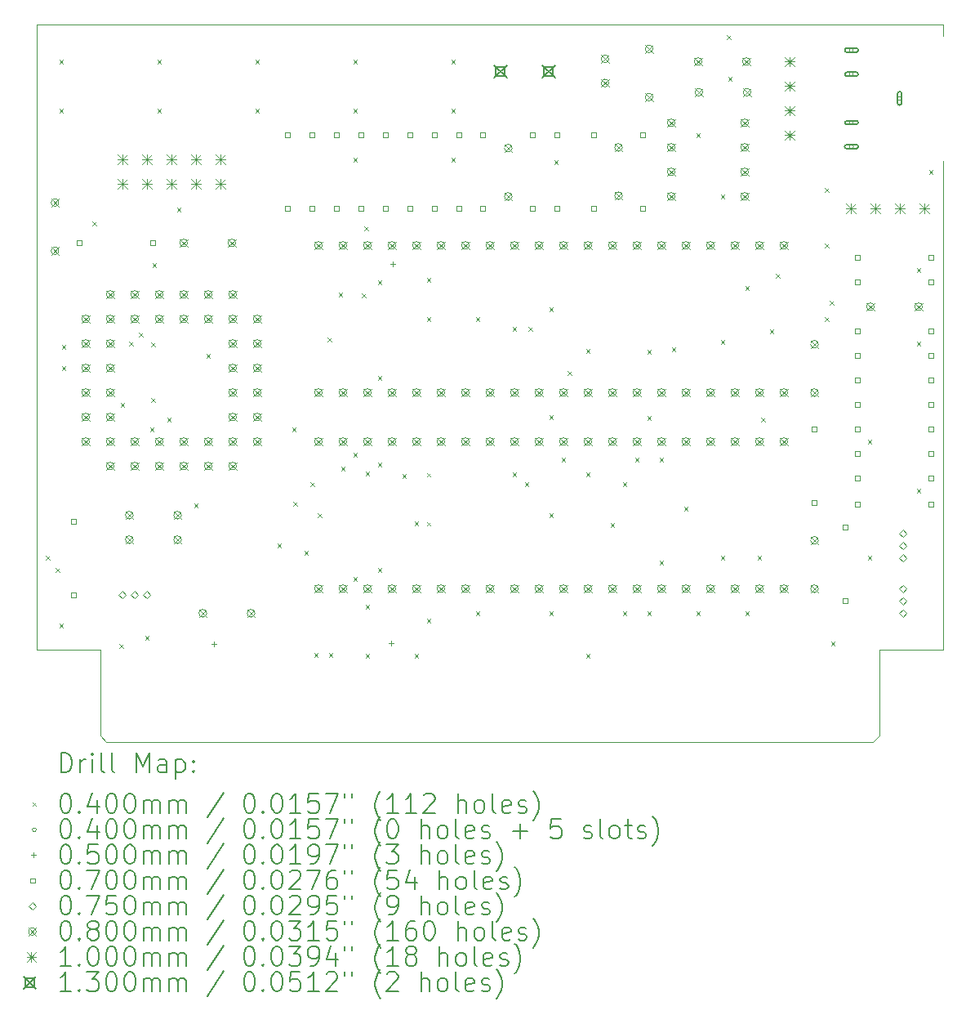
<source format=gbr>
%TF.GenerationSoftware,KiCad,Pcbnew,(6.0.8)*%
%TF.CreationDate,2022-10-21T18:27:40+07:00*%
%TF.ProjectId,TS_Ext_EPM3032,54535f45-7874-45f4-9550-4d333033322e,1.0*%
%TF.SameCoordinates,Original*%
%TF.FileFunction,Drillmap*%
%TF.FilePolarity,Positive*%
%FSLAX45Y45*%
G04 Gerber Fmt 4.5, Leading zero omitted, Abs format (unit mm)*
G04 Created by KiCad (PCBNEW (6.0.8)) date 2022-10-21 18:27:40*
%MOMM*%
%LPD*%
G01*
G04 APERTURE LIST*
%ADD10C,0.100000*%
%ADD11C,0.200000*%
%ADD12C,0.040000*%
%ADD13C,0.050000*%
%ADD14C,0.070000*%
%ADD15C,0.075000*%
%ADD16C,0.080000*%
%ADD17C,0.130000*%
G04 APERTURE END LIST*
D10*
X3454400Y-9017000D02*
X3454400Y-9906000D01*
X2794000Y-9017000D02*
X3454400Y-9017000D01*
X11531600Y-9017000D02*
X12192000Y-9017000D01*
X11531600Y-9017000D02*
X11531600Y-9906000D01*
X11468100Y-9969500D02*
X11531600Y-9906000D01*
X2794000Y-2540000D02*
X2794000Y-9017000D01*
X12192000Y-2540000D02*
X12192000Y-2652000D01*
X3517900Y-9969500D02*
X11468100Y-9969500D01*
X3517900Y-9969500D02*
X3454400Y-9906000D01*
X12192000Y-9017000D02*
X12192000Y-3952000D01*
X2794000Y-2540000D02*
X12192000Y-2540000D01*
D11*
D12*
X2888300Y-8044500D02*
X2928300Y-8084500D01*
X2928300Y-8044500D02*
X2888300Y-8084500D01*
X2989900Y-8171500D02*
X3029900Y-8211500D01*
X3029900Y-8171500D02*
X2989900Y-8211500D01*
X3028000Y-2901000D02*
X3068000Y-2941000D01*
X3068000Y-2901000D02*
X3028000Y-2941000D01*
X3028000Y-3409000D02*
X3068000Y-3449000D01*
X3068000Y-3409000D02*
X3028000Y-3449000D01*
X3028000Y-8743000D02*
X3068000Y-8783000D01*
X3068000Y-8743000D02*
X3028000Y-8783000D01*
X3053400Y-5860100D02*
X3093400Y-5900100D01*
X3093400Y-5860100D02*
X3053400Y-5900100D01*
X3053400Y-6076000D02*
X3093400Y-6116000D01*
X3093400Y-6076000D02*
X3053400Y-6116000D01*
X3370900Y-4577400D02*
X3410900Y-4617400D01*
X3410900Y-4577400D02*
X3370900Y-4617400D01*
X3650300Y-8958900D02*
X3690300Y-8998900D01*
X3690300Y-8958900D02*
X3650300Y-8998900D01*
X3663000Y-6457000D02*
X3703000Y-6497000D01*
X3703000Y-6457000D02*
X3663000Y-6497000D01*
X3751900Y-5822000D02*
X3791900Y-5862000D01*
X3791900Y-5822000D02*
X3751900Y-5862000D01*
X3853500Y-5733100D02*
X3893500Y-5773100D01*
X3893500Y-5733100D02*
X3853500Y-5773100D01*
X3917000Y-8870000D02*
X3957000Y-8910000D01*
X3957000Y-8870000D02*
X3917000Y-8910000D01*
X3967800Y-6711000D02*
X4007800Y-6751000D01*
X4007800Y-6711000D02*
X3967800Y-6751000D01*
X3980500Y-5834700D02*
X4020500Y-5874700D01*
X4020500Y-5834700D02*
X3980500Y-5874700D01*
X3980500Y-6406200D02*
X4020500Y-6446200D01*
X4020500Y-6406200D02*
X3980500Y-6446200D01*
X3993200Y-5009200D02*
X4033200Y-5049200D01*
X4033200Y-5009200D02*
X3993200Y-5049200D01*
X4044000Y-2901000D02*
X4084000Y-2941000D01*
X4084000Y-2901000D02*
X4044000Y-2941000D01*
X4044000Y-3409000D02*
X4084000Y-3449000D01*
X4084000Y-3409000D02*
X4044000Y-3449000D01*
X4145600Y-6613150D02*
X4185600Y-6653150D01*
X4185600Y-6613150D02*
X4145600Y-6653150D01*
X4247200Y-4437700D02*
X4287200Y-4477700D01*
X4287200Y-4437700D02*
X4247200Y-4477700D01*
X4425000Y-7501950D02*
X4465000Y-7541950D01*
X4465000Y-7501950D02*
X4425000Y-7541950D01*
X4552000Y-5949000D02*
X4592000Y-5989000D01*
X4592000Y-5949000D02*
X4552000Y-5989000D01*
X5060000Y-2901000D02*
X5100000Y-2941000D01*
X5100000Y-2901000D02*
X5060000Y-2941000D01*
X5060000Y-3409000D02*
X5100000Y-3449000D01*
X5100000Y-3409000D02*
X5060000Y-3449000D01*
X5288600Y-7917500D02*
X5328600Y-7957500D01*
X5328600Y-7917500D02*
X5288600Y-7957500D01*
X5441000Y-6711000D02*
X5481000Y-6751000D01*
X5481000Y-6711000D02*
X5441000Y-6751000D01*
X5453700Y-7485700D02*
X5493700Y-7525700D01*
X5493700Y-7485700D02*
X5453700Y-7525700D01*
X5568000Y-7993700D02*
X5608000Y-8033700D01*
X5608000Y-7993700D02*
X5568000Y-8033700D01*
X5631500Y-7282500D02*
X5671500Y-7322500D01*
X5671500Y-7282500D02*
X5631500Y-7322500D01*
X5669600Y-9047800D02*
X5709600Y-9087800D01*
X5709600Y-9047800D02*
X5669600Y-9087800D01*
X5707700Y-7603550D02*
X5747700Y-7643550D01*
X5747700Y-7603550D02*
X5707700Y-7643550D01*
X5809300Y-5783900D02*
X5849300Y-5823900D01*
X5849300Y-5783900D02*
X5809300Y-5823900D01*
X5822000Y-9047800D02*
X5862000Y-9087800D01*
X5862000Y-9047800D02*
X5822000Y-9087800D01*
X5923600Y-5314000D02*
X5963600Y-5354000D01*
X5963600Y-5314000D02*
X5923600Y-5354000D01*
X5949000Y-7117400D02*
X5989000Y-7157400D01*
X5989000Y-7117400D02*
X5949000Y-7157400D01*
X6076000Y-2901000D02*
X6116000Y-2941000D01*
X6116000Y-2901000D02*
X6076000Y-2941000D01*
X6076000Y-3409000D02*
X6116000Y-3449000D01*
X6116000Y-3409000D02*
X6076000Y-3449000D01*
X6076000Y-3917000D02*
X6116000Y-3957000D01*
X6116000Y-3917000D02*
X6076000Y-3957000D01*
X6076000Y-6977700D02*
X6116000Y-7017700D01*
X6116000Y-6977700D02*
X6076000Y-7017700D01*
X6076000Y-8260400D02*
X6116000Y-8300400D01*
X6116000Y-8260400D02*
X6076000Y-8300400D01*
X6164900Y-5326700D02*
X6204900Y-5366700D01*
X6204900Y-5326700D02*
X6164900Y-5366700D01*
X6190300Y-4628200D02*
X6230300Y-4668200D01*
X6230300Y-4628200D02*
X6190300Y-4668200D01*
X6203000Y-7168200D02*
X6243000Y-7208200D01*
X6243000Y-7168200D02*
X6203000Y-7208200D01*
X6203000Y-8552500D02*
X6243000Y-8592500D01*
X6243000Y-8552500D02*
X6203000Y-8592500D01*
X6203000Y-9060500D02*
X6243000Y-9100500D01*
X6243000Y-9060500D02*
X6203000Y-9100500D01*
X6330000Y-5187000D02*
X6370000Y-5227000D01*
X6370000Y-5187000D02*
X6330000Y-5227000D01*
X6330000Y-6177600D02*
X6370000Y-6217600D01*
X6370000Y-6177600D02*
X6330000Y-6217600D01*
X6330000Y-7079300D02*
X6370000Y-7119300D01*
X6370000Y-7079300D02*
X6330000Y-7119300D01*
X6330000Y-8171500D02*
X6370000Y-8211500D01*
X6370000Y-8171500D02*
X6330000Y-8211500D01*
X6584000Y-7193600D02*
X6624000Y-7233600D01*
X6624000Y-7193600D02*
X6584000Y-7233600D01*
X6711000Y-7688900D02*
X6751000Y-7728900D01*
X6751000Y-7688900D02*
X6711000Y-7728900D01*
X6711000Y-9060500D02*
X6751000Y-9100500D01*
X6751000Y-9060500D02*
X6711000Y-9100500D01*
X6838000Y-5161600D02*
X6878000Y-5201600D01*
X6878000Y-5161600D02*
X6838000Y-5201600D01*
X6838000Y-5568000D02*
X6878000Y-5608000D01*
X6878000Y-5568000D02*
X6838000Y-5608000D01*
X6838000Y-8692200D02*
X6878000Y-8732200D01*
X6878000Y-8692200D02*
X6838000Y-8732200D01*
X6839600Y-7182500D02*
X6879600Y-7222500D01*
X6879600Y-7182500D02*
X6839600Y-7222500D01*
X6839600Y-7690500D02*
X6879600Y-7730500D01*
X6879600Y-7690500D02*
X6839600Y-7730500D01*
X7092000Y-2901000D02*
X7132000Y-2941000D01*
X7132000Y-2901000D02*
X7092000Y-2941000D01*
X7092000Y-3409000D02*
X7132000Y-3449000D01*
X7132000Y-3409000D02*
X7092000Y-3449000D01*
X7092000Y-3917000D02*
X7132000Y-3957000D01*
X7132000Y-3917000D02*
X7092000Y-3957000D01*
X7346000Y-5568000D02*
X7386000Y-5608000D01*
X7386000Y-5568000D02*
X7346000Y-5608000D01*
X7346000Y-8616000D02*
X7386000Y-8656000D01*
X7386000Y-8616000D02*
X7346000Y-8656000D01*
X7727000Y-5669600D02*
X7767000Y-5709600D01*
X7767000Y-5669600D02*
X7727000Y-5709600D01*
X7727000Y-7180900D02*
X7767000Y-7220900D01*
X7767000Y-7180900D02*
X7727000Y-7220900D01*
X7854000Y-7282500D02*
X7894000Y-7322500D01*
X7894000Y-7282500D02*
X7854000Y-7322500D01*
X7892100Y-5669600D02*
X7932100Y-5709600D01*
X7932100Y-5669600D02*
X7892100Y-5709600D01*
X8108000Y-5466400D02*
X8148000Y-5506400D01*
X8148000Y-5466400D02*
X8108000Y-5506400D01*
X8108000Y-6584000D02*
X8148000Y-6624000D01*
X8148000Y-6584000D02*
X8108000Y-6624000D01*
X8108000Y-7603750D02*
X8148000Y-7643750D01*
X8148000Y-7603750D02*
X8108000Y-7643750D01*
X8108000Y-8616000D02*
X8148000Y-8656000D01*
X8148000Y-8616000D02*
X8108000Y-8656000D01*
X8158800Y-3942400D02*
X8198800Y-3982400D01*
X8198800Y-3942400D02*
X8158800Y-3982400D01*
X8235000Y-7028500D02*
X8275000Y-7068500D01*
X8275000Y-7028500D02*
X8235000Y-7068500D01*
X8298500Y-6126800D02*
X8338500Y-6166800D01*
X8338500Y-6126800D02*
X8298500Y-6166800D01*
X8489000Y-5898200D02*
X8529000Y-5938200D01*
X8529000Y-5898200D02*
X8489000Y-5938200D01*
X8489000Y-7180900D02*
X8529000Y-7220900D01*
X8529000Y-7180900D02*
X8489000Y-7220900D01*
X8489000Y-9060500D02*
X8529000Y-9100500D01*
X8529000Y-9060500D02*
X8489000Y-9100500D01*
X8743000Y-7705150D02*
X8783000Y-7745150D01*
X8783000Y-7705150D02*
X8743000Y-7745150D01*
X8870000Y-7282500D02*
X8910000Y-7322500D01*
X8910000Y-7282500D02*
X8870000Y-7322500D01*
X8870000Y-8616000D02*
X8910000Y-8656000D01*
X8910000Y-8616000D02*
X8870000Y-8656000D01*
X8997000Y-7028500D02*
X9037000Y-7068500D01*
X9037000Y-7028500D02*
X8997000Y-7068500D01*
X9124000Y-5910900D02*
X9164000Y-5950900D01*
X9164000Y-5910900D02*
X9124000Y-5950900D01*
X9124000Y-6596700D02*
X9164000Y-6636700D01*
X9164000Y-6596700D02*
X9124000Y-6636700D01*
X9124000Y-8616000D02*
X9164000Y-8656000D01*
X9164000Y-8616000D02*
X9124000Y-8656000D01*
X9251000Y-7028500D02*
X9291000Y-7068500D01*
X9291000Y-7028500D02*
X9251000Y-7068500D01*
X9251000Y-8095300D02*
X9291000Y-8135300D01*
X9291000Y-8095300D02*
X9251000Y-8135300D01*
X9378000Y-5885500D02*
X9418000Y-5925500D01*
X9418000Y-5885500D02*
X9378000Y-5925500D01*
X9505000Y-7536500D02*
X9545000Y-7576500D01*
X9545000Y-7536500D02*
X9505000Y-7576500D01*
X9632000Y-3663000D02*
X9672000Y-3703000D01*
X9672000Y-3663000D02*
X9632000Y-3703000D01*
X9632000Y-8616000D02*
X9672000Y-8656000D01*
X9672000Y-8616000D02*
X9632000Y-8656000D01*
X9886000Y-4298000D02*
X9926000Y-4338000D01*
X9926000Y-4298000D02*
X9886000Y-4338000D01*
X9886000Y-5809300D02*
X9926000Y-5849300D01*
X9926000Y-5809300D02*
X9886000Y-5849300D01*
X9886000Y-8044500D02*
X9926000Y-8084500D01*
X9926000Y-8044500D02*
X9886000Y-8084500D01*
X9949500Y-2647000D02*
X9989500Y-2687000D01*
X9989500Y-2647000D02*
X9949500Y-2687000D01*
X9962200Y-3078800D02*
X10002200Y-3118800D01*
X10002200Y-3078800D02*
X9962200Y-3118800D01*
X10140000Y-5250500D02*
X10180000Y-5290500D01*
X10180000Y-5250500D02*
X10140000Y-5290500D01*
X10140000Y-8616000D02*
X10180000Y-8656000D01*
X10180000Y-8616000D02*
X10140000Y-8656000D01*
X10267000Y-8044500D02*
X10307000Y-8084500D01*
X10307000Y-8044500D02*
X10267000Y-8084500D01*
X10305100Y-6609400D02*
X10345100Y-6649400D01*
X10345100Y-6609400D02*
X10305100Y-6649400D01*
X10394000Y-5695000D02*
X10434000Y-5735000D01*
X10434000Y-5695000D02*
X10394000Y-5735000D01*
X10457500Y-5123500D02*
X10497500Y-5163500D01*
X10497500Y-5123500D02*
X10457500Y-5163500D01*
X10965500Y-4234500D02*
X11005500Y-4274500D01*
X11005500Y-4234500D02*
X10965500Y-4274500D01*
X10965500Y-4806000D02*
X11005500Y-4846000D01*
X11005500Y-4806000D02*
X10965500Y-4846000D01*
X10965500Y-5568000D02*
X11005500Y-5608000D01*
X11005500Y-5568000D02*
X10965500Y-5608000D01*
X11016300Y-5402900D02*
X11056300Y-5442900D01*
X11056300Y-5402900D02*
X11016300Y-5442900D01*
X11029000Y-8933500D02*
X11069000Y-8973500D01*
X11069000Y-8933500D02*
X11029000Y-8973500D01*
X11410000Y-6838000D02*
X11450000Y-6878000D01*
X11450000Y-6838000D02*
X11410000Y-6878000D01*
X11410000Y-8044500D02*
X11450000Y-8084500D01*
X11450000Y-8044500D02*
X11410000Y-8084500D01*
X11918000Y-5060000D02*
X11958000Y-5100000D01*
X11958000Y-5060000D02*
X11918000Y-5100000D01*
X11918000Y-5822000D02*
X11958000Y-5862000D01*
X11958000Y-5822000D02*
X11918000Y-5862000D01*
X11918000Y-7346000D02*
X11958000Y-7386000D01*
X11958000Y-7346000D02*
X11918000Y-7386000D01*
X12045000Y-4044000D02*
X12085000Y-4084000D01*
X12085000Y-4044000D02*
X12045000Y-4084000D01*
X11262000Y-2802000D02*
G75*
G03*
X11262000Y-2802000I-20000J0D01*
G01*
D11*
X11292000Y-2782000D02*
X11192000Y-2782000D01*
X11292000Y-2822000D02*
X11192000Y-2822000D01*
X11192000Y-2782000D02*
G75*
G03*
X11192000Y-2822000I0J-20000D01*
G01*
X11292000Y-2822000D02*
G75*
G03*
X11292000Y-2782000I0J20000D01*
G01*
D12*
X11262000Y-3052000D02*
G75*
G03*
X11262000Y-3052000I-20000J0D01*
G01*
D11*
X11292000Y-3032000D02*
X11192000Y-3032000D01*
X11292000Y-3072000D02*
X11192000Y-3072000D01*
X11192000Y-3032000D02*
G75*
G03*
X11192000Y-3072000I0J-20000D01*
G01*
X11292000Y-3072000D02*
G75*
G03*
X11292000Y-3032000I0J20000D01*
G01*
D12*
X11262000Y-3552000D02*
G75*
G03*
X11262000Y-3552000I-20000J0D01*
G01*
D11*
X11192000Y-3572000D02*
X11292000Y-3572000D01*
X11192000Y-3532000D02*
X11292000Y-3532000D01*
X11292000Y-3572000D02*
G75*
G03*
X11292000Y-3532000I0J20000D01*
G01*
X11192000Y-3532000D02*
G75*
G03*
X11192000Y-3572000I0J-20000D01*
G01*
D12*
X11262000Y-3802000D02*
G75*
G03*
X11262000Y-3802000I-20000J0D01*
G01*
D11*
X11192000Y-3822000D02*
X11292000Y-3822000D01*
X11192000Y-3782000D02*
X11292000Y-3782000D01*
X11292000Y-3822000D02*
G75*
G03*
X11292000Y-3782000I0J20000D01*
G01*
X11192000Y-3782000D02*
G75*
G03*
X11192000Y-3822000I0J-20000D01*
G01*
D12*
X11762000Y-3302000D02*
G75*
G03*
X11762000Y-3302000I-20000J0D01*
G01*
D11*
X11762000Y-3352000D02*
X11762000Y-3252000D01*
X11722000Y-3352000D02*
X11722000Y-3252000D01*
X11762000Y-3252000D02*
G75*
G03*
X11722000Y-3252000I-20000J0D01*
G01*
X11722000Y-3352000D02*
G75*
G03*
X11762000Y-3352000I20000J0D01*
G01*
D13*
X4635500Y-8928500D02*
X4635500Y-8978500D01*
X4610500Y-8953500D02*
X4660500Y-8953500D01*
X6473077Y-8924577D02*
X6473077Y-8974577D01*
X6448077Y-8949577D02*
X6498077Y-8949577D01*
X6489700Y-4991500D02*
X6489700Y-5041500D01*
X6464700Y-5016500D02*
X6514700Y-5016500D01*
D14*
X3199749Y-7708249D02*
X3199749Y-7658751D01*
X3150251Y-7658751D01*
X3150251Y-7708249D01*
X3199749Y-7708249D01*
X3199749Y-8470249D02*
X3199749Y-8420751D01*
X3150251Y-8420751D01*
X3150251Y-8470249D01*
X3199749Y-8470249D01*
X3263249Y-4825349D02*
X3263249Y-4775851D01*
X3213751Y-4775851D01*
X3213751Y-4825349D01*
X3263249Y-4825349D01*
X4025249Y-4825349D02*
X4025249Y-4775851D01*
X3975751Y-4775851D01*
X3975751Y-4825349D01*
X4025249Y-4825349D01*
X5422249Y-3707749D02*
X5422249Y-3658251D01*
X5372751Y-3658251D01*
X5372751Y-3707749D01*
X5422249Y-3707749D01*
X5422249Y-4469749D02*
X5422249Y-4420251D01*
X5372751Y-4420251D01*
X5372751Y-4469749D01*
X5422249Y-4469749D01*
X5676249Y-3707749D02*
X5676249Y-3658251D01*
X5626751Y-3658251D01*
X5626751Y-3707749D01*
X5676249Y-3707749D01*
X5676249Y-4469749D02*
X5676249Y-4420251D01*
X5626751Y-4420251D01*
X5626751Y-4469749D01*
X5676249Y-4469749D01*
X5930249Y-3707749D02*
X5930249Y-3658251D01*
X5880751Y-3658251D01*
X5880751Y-3707749D01*
X5930249Y-3707749D01*
X5930249Y-4469749D02*
X5930249Y-4420251D01*
X5880751Y-4420251D01*
X5880751Y-4469749D01*
X5930249Y-4469749D01*
X6184249Y-3707749D02*
X6184249Y-3658251D01*
X6134751Y-3658251D01*
X6134751Y-3707749D01*
X6184249Y-3707749D01*
X6184249Y-4469749D02*
X6184249Y-4420251D01*
X6134751Y-4420251D01*
X6134751Y-4469749D01*
X6184249Y-4469749D01*
X6438249Y-3707749D02*
X6438249Y-3658251D01*
X6388751Y-3658251D01*
X6388751Y-3707749D01*
X6438249Y-3707749D01*
X6438249Y-4469749D02*
X6438249Y-4420251D01*
X6388751Y-4420251D01*
X6388751Y-4469749D01*
X6438249Y-4469749D01*
X6692249Y-3707749D02*
X6692249Y-3658251D01*
X6642751Y-3658251D01*
X6642751Y-3707749D01*
X6692249Y-3707749D01*
X6692249Y-4469749D02*
X6692249Y-4420251D01*
X6642751Y-4420251D01*
X6642751Y-4469749D01*
X6692249Y-4469749D01*
X6946249Y-3707749D02*
X6946249Y-3658251D01*
X6896751Y-3658251D01*
X6896751Y-3707749D01*
X6946249Y-3707749D01*
X6946249Y-4469749D02*
X6946249Y-4420251D01*
X6896751Y-4420251D01*
X6896751Y-4469749D01*
X6946249Y-4469749D01*
X7200249Y-3707749D02*
X7200249Y-3658251D01*
X7150751Y-3658251D01*
X7150751Y-3707749D01*
X7200249Y-3707749D01*
X7200249Y-4469749D02*
X7200249Y-4420251D01*
X7150751Y-4420251D01*
X7150751Y-4469749D01*
X7200249Y-4469749D01*
X7441549Y-3707749D02*
X7441549Y-3658251D01*
X7392051Y-3658251D01*
X7392051Y-3707749D01*
X7441549Y-3707749D01*
X7441549Y-4469749D02*
X7441549Y-4420251D01*
X7392051Y-4420251D01*
X7392051Y-4469749D01*
X7441549Y-4469749D01*
X7962249Y-3707749D02*
X7962249Y-3658251D01*
X7912751Y-3658251D01*
X7912751Y-3707749D01*
X7962249Y-3707749D01*
X7962249Y-4469749D02*
X7962249Y-4420251D01*
X7912751Y-4420251D01*
X7912751Y-4469749D01*
X7962249Y-4469749D01*
X8216249Y-3707749D02*
X8216249Y-3658251D01*
X8166751Y-3658251D01*
X8166751Y-3707749D01*
X8216249Y-3707749D01*
X8216249Y-4469749D02*
X8216249Y-4420251D01*
X8166751Y-4420251D01*
X8166751Y-4469749D01*
X8216249Y-4469749D01*
X8597249Y-3707749D02*
X8597249Y-3658251D01*
X8547751Y-3658251D01*
X8547751Y-3707749D01*
X8597249Y-3707749D01*
X8597249Y-4469749D02*
X8597249Y-4420251D01*
X8547751Y-4420251D01*
X8547751Y-4469749D01*
X8597249Y-4469749D01*
X9105249Y-3707749D02*
X9105249Y-3658251D01*
X9055751Y-3658251D01*
X9055751Y-3707749D01*
X9105249Y-3707749D01*
X9105249Y-4469749D02*
X9105249Y-4420251D01*
X9055751Y-4420251D01*
X9055751Y-4469749D01*
X9105249Y-4469749D01*
X10883249Y-6755749D02*
X10883249Y-6706251D01*
X10833751Y-6706251D01*
X10833751Y-6755749D01*
X10883249Y-6755749D01*
X10883249Y-7517749D02*
X10883249Y-7468251D01*
X10833751Y-7468251D01*
X10833751Y-7517749D01*
X10883249Y-7517749D01*
X11200749Y-7771749D02*
X11200749Y-7722251D01*
X11151251Y-7722251D01*
X11151251Y-7771749D01*
X11200749Y-7771749D01*
X11200749Y-8533749D02*
X11200749Y-8484251D01*
X11151251Y-8484251D01*
X11151251Y-8533749D01*
X11200749Y-8533749D01*
X11327749Y-4977749D02*
X11327749Y-4928251D01*
X11278251Y-4928251D01*
X11278251Y-4977749D01*
X11327749Y-4977749D01*
X11327749Y-5231749D02*
X11327749Y-5182251D01*
X11278251Y-5182251D01*
X11278251Y-5231749D01*
X11327749Y-5231749D01*
X11327749Y-5739749D02*
X11327749Y-5690251D01*
X11278251Y-5690251D01*
X11278251Y-5739749D01*
X11327749Y-5739749D01*
X11327749Y-5993749D02*
X11327749Y-5944251D01*
X11278251Y-5944251D01*
X11278251Y-5993749D01*
X11327749Y-5993749D01*
X11327749Y-6247749D02*
X11327749Y-6198251D01*
X11278251Y-6198251D01*
X11278251Y-6247749D01*
X11327749Y-6247749D01*
X11327749Y-6501749D02*
X11327749Y-6452251D01*
X11278251Y-6452251D01*
X11278251Y-6501749D01*
X11327749Y-6501749D01*
X11327749Y-6755749D02*
X11327749Y-6706251D01*
X11278251Y-6706251D01*
X11278251Y-6755749D01*
X11327749Y-6755749D01*
X11327749Y-7009749D02*
X11327749Y-6960251D01*
X11278251Y-6960251D01*
X11278251Y-7009749D01*
X11327749Y-7009749D01*
X11327749Y-7263749D02*
X11327749Y-7214251D01*
X11278251Y-7214251D01*
X11278251Y-7263749D01*
X11327749Y-7263749D01*
X11327749Y-7530449D02*
X11327749Y-7480951D01*
X11278251Y-7480951D01*
X11278251Y-7530449D01*
X11327749Y-7530449D01*
X12089749Y-4977749D02*
X12089749Y-4928251D01*
X12040251Y-4928251D01*
X12040251Y-4977749D01*
X12089749Y-4977749D01*
X12089749Y-5231749D02*
X12089749Y-5182251D01*
X12040251Y-5182251D01*
X12040251Y-5231749D01*
X12089749Y-5231749D01*
X12089749Y-5739749D02*
X12089749Y-5690251D01*
X12040251Y-5690251D01*
X12040251Y-5739749D01*
X12089749Y-5739749D01*
X12089749Y-5993749D02*
X12089749Y-5944251D01*
X12040251Y-5944251D01*
X12040251Y-5993749D01*
X12089749Y-5993749D01*
X12089749Y-6247749D02*
X12089749Y-6198251D01*
X12040251Y-6198251D01*
X12040251Y-6247749D01*
X12089749Y-6247749D01*
X12089749Y-6501749D02*
X12089749Y-6452251D01*
X12040251Y-6452251D01*
X12040251Y-6501749D01*
X12089749Y-6501749D01*
X12089749Y-6755749D02*
X12089749Y-6706251D01*
X12040251Y-6706251D01*
X12040251Y-6755749D01*
X12089749Y-6755749D01*
X12089749Y-7009749D02*
X12089749Y-6960251D01*
X12040251Y-6960251D01*
X12040251Y-7009749D01*
X12089749Y-7009749D01*
X12089749Y-7263749D02*
X12089749Y-7214251D01*
X12040251Y-7214251D01*
X12040251Y-7263749D01*
X12089749Y-7263749D01*
X12089749Y-7530449D02*
X12089749Y-7480951D01*
X12040251Y-7480951D01*
X12040251Y-7530449D01*
X12089749Y-7530449D01*
D15*
X3683000Y-8483000D02*
X3720500Y-8445500D01*
X3683000Y-8408000D01*
X3645500Y-8445500D01*
X3683000Y-8483000D01*
X3810000Y-8483000D02*
X3847500Y-8445500D01*
X3810000Y-8408000D01*
X3772500Y-8445500D01*
X3810000Y-8483000D01*
X3937000Y-8483000D02*
X3974500Y-8445500D01*
X3937000Y-8408000D01*
X3899500Y-8445500D01*
X3937000Y-8483000D01*
X11775000Y-7848000D02*
X11812500Y-7810500D01*
X11775000Y-7773000D01*
X11737500Y-7810500D01*
X11775000Y-7848000D01*
X11775000Y-7975000D02*
X11812500Y-7937500D01*
X11775000Y-7900000D01*
X11737500Y-7937500D01*
X11775000Y-7975000D01*
X11775000Y-8102000D02*
X11812500Y-8064500D01*
X11775000Y-8027000D01*
X11737500Y-8064500D01*
X11775000Y-8102000D01*
X11775000Y-8419500D02*
X11812500Y-8382000D01*
X11775000Y-8344500D01*
X11737500Y-8382000D01*
X11775000Y-8419500D01*
X11775000Y-8546500D02*
X11812500Y-8509000D01*
X11775000Y-8471500D01*
X11737500Y-8509000D01*
X11775000Y-8546500D01*
X11775000Y-8673500D02*
X11812500Y-8636000D01*
X11775000Y-8598500D01*
X11737500Y-8636000D01*
X11775000Y-8673500D01*
D16*
X2944500Y-4341500D02*
X3024500Y-4421500D01*
X3024500Y-4341500D02*
X2944500Y-4421500D01*
X3024500Y-4381500D02*
G75*
G03*
X3024500Y-4381500I-40000J0D01*
G01*
X2944500Y-4841500D02*
X3024500Y-4921500D01*
X3024500Y-4841500D02*
X2944500Y-4921500D01*
X3024500Y-4881500D02*
G75*
G03*
X3024500Y-4881500I-40000J0D01*
G01*
X3262000Y-5548000D02*
X3342000Y-5628000D01*
X3342000Y-5548000D02*
X3262000Y-5628000D01*
X3342000Y-5588000D02*
G75*
G03*
X3342000Y-5588000I-40000J0D01*
G01*
X3262000Y-5802000D02*
X3342000Y-5882000D01*
X3342000Y-5802000D02*
X3262000Y-5882000D01*
X3342000Y-5842000D02*
G75*
G03*
X3342000Y-5842000I-40000J0D01*
G01*
X3262000Y-6056000D02*
X3342000Y-6136000D01*
X3342000Y-6056000D02*
X3262000Y-6136000D01*
X3342000Y-6096000D02*
G75*
G03*
X3342000Y-6096000I-40000J0D01*
G01*
X3262000Y-6310000D02*
X3342000Y-6390000D01*
X3342000Y-6310000D02*
X3262000Y-6390000D01*
X3342000Y-6350000D02*
G75*
G03*
X3342000Y-6350000I-40000J0D01*
G01*
X3262000Y-6564000D02*
X3342000Y-6644000D01*
X3342000Y-6564000D02*
X3262000Y-6644000D01*
X3342000Y-6604000D02*
G75*
G03*
X3342000Y-6604000I-40000J0D01*
G01*
X3262000Y-6818000D02*
X3342000Y-6898000D01*
X3342000Y-6818000D02*
X3262000Y-6898000D01*
X3342000Y-6858000D02*
G75*
G03*
X3342000Y-6858000I-40000J0D01*
G01*
X3516000Y-5294000D02*
X3596000Y-5374000D01*
X3596000Y-5294000D02*
X3516000Y-5374000D01*
X3596000Y-5334000D02*
G75*
G03*
X3596000Y-5334000I-40000J0D01*
G01*
X3516000Y-5548000D02*
X3596000Y-5628000D01*
X3596000Y-5548000D02*
X3516000Y-5628000D01*
X3596000Y-5588000D02*
G75*
G03*
X3596000Y-5588000I-40000J0D01*
G01*
X3516000Y-5802000D02*
X3596000Y-5882000D01*
X3596000Y-5802000D02*
X3516000Y-5882000D01*
X3596000Y-5842000D02*
G75*
G03*
X3596000Y-5842000I-40000J0D01*
G01*
X3516000Y-6056000D02*
X3596000Y-6136000D01*
X3596000Y-6056000D02*
X3516000Y-6136000D01*
X3596000Y-6096000D02*
G75*
G03*
X3596000Y-6096000I-40000J0D01*
G01*
X3516000Y-6310000D02*
X3596000Y-6390000D01*
X3596000Y-6310000D02*
X3516000Y-6390000D01*
X3596000Y-6350000D02*
G75*
G03*
X3596000Y-6350000I-40000J0D01*
G01*
X3516000Y-6564000D02*
X3596000Y-6644000D01*
X3596000Y-6564000D02*
X3516000Y-6644000D01*
X3596000Y-6604000D02*
G75*
G03*
X3596000Y-6604000I-40000J0D01*
G01*
X3516000Y-6818000D02*
X3596000Y-6898000D01*
X3596000Y-6818000D02*
X3516000Y-6898000D01*
X3596000Y-6858000D02*
G75*
G03*
X3596000Y-6858000I-40000J0D01*
G01*
X3516000Y-7072000D02*
X3596000Y-7152000D01*
X3596000Y-7072000D02*
X3516000Y-7152000D01*
X3596000Y-7112000D02*
G75*
G03*
X3596000Y-7112000I-40000J0D01*
G01*
X3714500Y-7580000D02*
X3794500Y-7660000D01*
X3794500Y-7580000D02*
X3714500Y-7660000D01*
X3794500Y-7620000D02*
G75*
G03*
X3794500Y-7620000I-40000J0D01*
G01*
X3714500Y-7834000D02*
X3794500Y-7914000D01*
X3794500Y-7834000D02*
X3714500Y-7914000D01*
X3794500Y-7874000D02*
G75*
G03*
X3794500Y-7874000I-40000J0D01*
G01*
X3770000Y-5294000D02*
X3850000Y-5374000D01*
X3850000Y-5294000D02*
X3770000Y-5374000D01*
X3850000Y-5334000D02*
G75*
G03*
X3850000Y-5334000I-40000J0D01*
G01*
X3770000Y-5548000D02*
X3850000Y-5628000D01*
X3850000Y-5548000D02*
X3770000Y-5628000D01*
X3850000Y-5588000D02*
G75*
G03*
X3850000Y-5588000I-40000J0D01*
G01*
X3770000Y-6818000D02*
X3850000Y-6898000D01*
X3850000Y-6818000D02*
X3770000Y-6898000D01*
X3850000Y-6858000D02*
G75*
G03*
X3850000Y-6858000I-40000J0D01*
G01*
X3770000Y-7072000D02*
X3850000Y-7152000D01*
X3850000Y-7072000D02*
X3770000Y-7152000D01*
X3850000Y-7112000D02*
G75*
G03*
X3850000Y-7112000I-40000J0D01*
G01*
X4024000Y-5294000D02*
X4104000Y-5374000D01*
X4104000Y-5294000D02*
X4024000Y-5374000D01*
X4104000Y-5334000D02*
G75*
G03*
X4104000Y-5334000I-40000J0D01*
G01*
X4024000Y-5548000D02*
X4104000Y-5628000D01*
X4104000Y-5548000D02*
X4024000Y-5628000D01*
X4104000Y-5588000D02*
G75*
G03*
X4104000Y-5588000I-40000J0D01*
G01*
X4024000Y-6818000D02*
X4104000Y-6898000D01*
X4104000Y-6818000D02*
X4024000Y-6898000D01*
X4104000Y-6858000D02*
G75*
G03*
X4104000Y-6858000I-40000J0D01*
G01*
X4024000Y-7072000D02*
X4104000Y-7152000D01*
X4104000Y-7072000D02*
X4024000Y-7152000D01*
X4104000Y-7112000D02*
G75*
G03*
X4104000Y-7112000I-40000J0D01*
G01*
X4214500Y-7580000D02*
X4294500Y-7660000D01*
X4294500Y-7580000D02*
X4214500Y-7660000D01*
X4294500Y-7620000D02*
G75*
G03*
X4294500Y-7620000I-40000J0D01*
G01*
X4214500Y-7834000D02*
X4294500Y-7914000D01*
X4294500Y-7834000D02*
X4214500Y-7914000D01*
X4294500Y-7874000D02*
G75*
G03*
X4294500Y-7874000I-40000J0D01*
G01*
X4278000Y-4760600D02*
X4358000Y-4840600D01*
X4358000Y-4760600D02*
X4278000Y-4840600D01*
X4358000Y-4800600D02*
G75*
G03*
X4358000Y-4800600I-40000J0D01*
G01*
X4278000Y-5294000D02*
X4358000Y-5374000D01*
X4358000Y-5294000D02*
X4278000Y-5374000D01*
X4358000Y-5334000D02*
G75*
G03*
X4358000Y-5334000I-40000J0D01*
G01*
X4278000Y-5548000D02*
X4358000Y-5628000D01*
X4358000Y-5548000D02*
X4278000Y-5628000D01*
X4358000Y-5588000D02*
G75*
G03*
X4358000Y-5588000I-40000J0D01*
G01*
X4278000Y-6818000D02*
X4358000Y-6898000D01*
X4358000Y-6818000D02*
X4278000Y-6898000D01*
X4358000Y-6858000D02*
G75*
G03*
X4358000Y-6858000I-40000J0D01*
G01*
X4278000Y-7072000D02*
X4358000Y-7152000D01*
X4358000Y-7072000D02*
X4278000Y-7152000D01*
X4358000Y-7112000D02*
G75*
G03*
X4358000Y-7112000I-40000J0D01*
G01*
X4476500Y-8596000D02*
X4556500Y-8676000D01*
X4556500Y-8596000D02*
X4476500Y-8676000D01*
X4556500Y-8636000D02*
G75*
G03*
X4556500Y-8636000I-40000J0D01*
G01*
X4532000Y-5294000D02*
X4612000Y-5374000D01*
X4612000Y-5294000D02*
X4532000Y-5374000D01*
X4612000Y-5334000D02*
G75*
G03*
X4612000Y-5334000I-40000J0D01*
G01*
X4532000Y-5548000D02*
X4612000Y-5628000D01*
X4612000Y-5548000D02*
X4532000Y-5628000D01*
X4612000Y-5588000D02*
G75*
G03*
X4612000Y-5588000I-40000J0D01*
G01*
X4532000Y-6818000D02*
X4612000Y-6898000D01*
X4612000Y-6818000D02*
X4532000Y-6898000D01*
X4612000Y-6858000D02*
G75*
G03*
X4612000Y-6858000I-40000J0D01*
G01*
X4532000Y-7072000D02*
X4612000Y-7152000D01*
X4612000Y-7072000D02*
X4532000Y-7152000D01*
X4612000Y-7112000D02*
G75*
G03*
X4612000Y-7112000I-40000J0D01*
G01*
X4778000Y-4760600D02*
X4858000Y-4840600D01*
X4858000Y-4760600D02*
X4778000Y-4840600D01*
X4858000Y-4800600D02*
G75*
G03*
X4858000Y-4800600I-40000J0D01*
G01*
X4786000Y-5294000D02*
X4866000Y-5374000D01*
X4866000Y-5294000D02*
X4786000Y-5374000D01*
X4866000Y-5334000D02*
G75*
G03*
X4866000Y-5334000I-40000J0D01*
G01*
X4786000Y-5548000D02*
X4866000Y-5628000D01*
X4866000Y-5548000D02*
X4786000Y-5628000D01*
X4866000Y-5588000D02*
G75*
G03*
X4866000Y-5588000I-40000J0D01*
G01*
X4786000Y-5802000D02*
X4866000Y-5882000D01*
X4866000Y-5802000D02*
X4786000Y-5882000D01*
X4866000Y-5842000D02*
G75*
G03*
X4866000Y-5842000I-40000J0D01*
G01*
X4786000Y-6056000D02*
X4866000Y-6136000D01*
X4866000Y-6056000D02*
X4786000Y-6136000D01*
X4866000Y-6096000D02*
G75*
G03*
X4866000Y-6096000I-40000J0D01*
G01*
X4786000Y-6310000D02*
X4866000Y-6390000D01*
X4866000Y-6310000D02*
X4786000Y-6390000D01*
X4866000Y-6350000D02*
G75*
G03*
X4866000Y-6350000I-40000J0D01*
G01*
X4786000Y-6564000D02*
X4866000Y-6644000D01*
X4866000Y-6564000D02*
X4786000Y-6644000D01*
X4866000Y-6604000D02*
G75*
G03*
X4866000Y-6604000I-40000J0D01*
G01*
X4786000Y-6818000D02*
X4866000Y-6898000D01*
X4866000Y-6818000D02*
X4786000Y-6898000D01*
X4866000Y-6858000D02*
G75*
G03*
X4866000Y-6858000I-40000J0D01*
G01*
X4786000Y-7072000D02*
X4866000Y-7152000D01*
X4866000Y-7072000D02*
X4786000Y-7152000D01*
X4866000Y-7112000D02*
G75*
G03*
X4866000Y-7112000I-40000J0D01*
G01*
X4976500Y-8596000D02*
X5056500Y-8676000D01*
X5056500Y-8596000D02*
X4976500Y-8676000D01*
X5056500Y-8636000D02*
G75*
G03*
X5056500Y-8636000I-40000J0D01*
G01*
X5040000Y-5548000D02*
X5120000Y-5628000D01*
X5120000Y-5548000D02*
X5040000Y-5628000D01*
X5120000Y-5588000D02*
G75*
G03*
X5120000Y-5588000I-40000J0D01*
G01*
X5040000Y-5802000D02*
X5120000Y-5882000D01*
X5120000Y-5802000D02*
X5040000Y-5882000D01*
X5120000Y-5842000D02*
G75*
G03*
X5120000Y-5842000I-40000J0D01*
G01*
X5040000Y-6056000D02*
X5120000Y-6136000D01*
X5120000Y-6056000D02*
X5040000Y-6136000D01*
X5120000Y-6096000D02*
G75*
G03*
X5120000Y-6096000I-40000J0D01*
G01*
X5040000Y-6310000D02*
X5120000Y-6390000D01*
X5120000Y-6310000D02*
X5040000Y-6390000D01*
X5120000Y-6350000D02*
G75*
G03*
X5120000Y-6350000I-40000J0D01*
G01*
X5040000Y-6564000D02*
X5120000Y-6644000D01*
X5120000Y-6564000D02*
X5040000Y-6644000D01*
X5120000Y-6604000D02*
G75*
G03*
X5120000Y-6604000I-40000J0D01*
G01*
X5040000Y-6818000D02*
X5120000Y-6898000D01*
X5120000Y-6818000D02*
X5040000Y-6898000D01*
X5120000Y-6858000D02*
G75*
G03*
X5120000Y-6858000I-40000J0D01*
G01*
X5675000Y-4786000D02*
X5755000Y-4866000D01*
X5755000Y-4786000D02*
X5675000Y-4866000D01*
X5755000Y-4826000D02*
G75*
G03*
X5755000Y-4826000I-40000J0D01*
G01*
X5675000Y-6310000D02*
X5755000Y-6390000D01*
X5755000Y-6310000D02*
X5675000Y-6390000D01*
X5755000Y-6350000D02*
G75*
G03*
X5755000Y-6350000I-40000J0D01*
G01*
X5675000Y-6818000D02*
X5755000Y-6898000D01*
X5755000Y-6818000D02*
X5675000Y-6898000D01*
X5755000Y-6858000D02*
G75*
G03*
X5755000Y-6858000I-40000J0D01*
G01*
X5675000Y-8342000D02*
X5755000Y-8422000D01*
X5755000Y-8342000D02*
X5675000Y-8422000D01*
X5755000Y-8382000D02*
G75*
G03*
X5755000Y-8382000I-40000J0D01*
G01*
X5929000Y-4786000D02*
X6009000Y-4866000D01*
X6009000Y-4786000D02*
X5929000Y-4866000D01*
X6009000Y-4826000D02*
G75*
G03*
X6009000Y-4826000I-40000J0D01*
G01*
X5929000Y-6310000D02*
X6009000Y-6390000D01*
X6009000Y-6310000D02*
X5929000Y-6390000D01*
X6009000Y-6350000D02*
G75*
G03*
X6009000Y-6350000I-40000J0D01*
G01*
X5929000Y-6818000D02*
X6009000Y-6898000D01*
X6009000Y-6818000D02*
X5929000Y-6898000D01*
X6009000Y-6858000D02*
G75*
G03*
X6009000Y-6858000I-40000J0D01*
G01*
X5929000Y-8342000D02*
X6009000Y-8422000D01*
X6009000Y-8342000D02*
X5929000Y-8422000D01*
X6009000Y-8382000D02*
G75*
G03*
X6009000Y-8382000I-40000J0D01*
G01*
X6183000Y-4786000D02*
X6263000Y-4866000D01*
X6263000Y-4786000D02*
X6183000Y-4866000D01*
X6263000Y-4826000D02*
G75*
G03*
X6263000Y-4826000I-40000J0D01*
G01*
X6183000Y-6310000D02*
X6263000Y-6390000D01*
X6263000Y-6310000D02*
X6183000Y-6390000D01*
X6263000Y-6350000D02*
G75*
G03*
X6263000Y-6350000I-40000J0D01*
G01*
X6183000Y-6818000D02*
X6263000Y-6898000D01*
X6263000Y-6818000D02*
X6183000Y-6898000D01*
X6263000Y-6858000D02*
G75*
G03*
X6263000Y-6858000I-40000J0D01*
G01*
X6183000Y-8342000D02*
X6263000Y-8422000D01*
X6263000Y-8342000D02*
X6183000Y-8422000D01*
X6263000Y-8382000D02*
G75*
G03*
X6263000Y-8382000I-40000J0D01*
G01*
X6437000Y-4786000D02*
X6517000Y-4866000D01*
X6517000Y-4786000D02*
X6437000Y-4866000D01*
X6517000Y-4826000D02*
G75*
G03*
X6517000Y-4826000I-40000J0D01*
G01*
X6437000Y-6310000D02*
X6517000Y-6390000D01*
X6517000Y-6310000D02*
X6437000Y-6390000D01*
X6517000Y-6350000D02*
G75*
G03*
X6517000Y-6350000I-40000J0D01*
G01*
X6437000Y-6818000D02*
X6517000Y-6898000D01*
X6517000Y-6818000D02*
X6437000Y-6898000D01*
X6517000Y-6858000D02*
G75*
G03*
X6517000Y-6858000I-40000J0D01*
G01*
X6437000Y-8342000D02*
X6517000Y-8422000D01*
X6517000Y-8342000D02*
X6437000Y-8422000D01*
X6517000Y-8382000D02*
G75*
G03*
X6517000Y-8382000I-40000J0D01*
G01*
X6691000Y-4786000D02*
X6771000Y-4866000D01*
X6771000Y-4786000D02*
X6691000Y-4866000D01*
X6771000Y-4826000D02*
G75*
G03*
X6771000Y-4826000I-40000J0D01*
G01*
X6691000Y-6310000D02*
X6771000Y-6390000D01*
X6771000Y-6310000D02*
X6691000Y-6390000D01*
X6771000Y-6350000D02*
G75*
G03*
X6771000Y-6350000I-40000J0D01*
G01*
X6691000Y-6818000D02*
X6771000Y-6898000D01*
X6771000Y-6818000D02*
X6691000Y-6898000D01*
X6771000Y-6858000D02*
G75*
G03*
X6771000Y-6858000I-40000J0D01*
G01*
X6691000Y-8342000D02*
X6771000Y-8422000D01*
X6771000Y-8342000D02*
X6691000Y-8422000D01*
X6771000Y-8382000D02*
G75*
G03*
X6771000Y-8382000I-40000J0D01*
G01*
X6945000Y-4786000D02*
X7025000Y-4866000D01*
X7025000Y-4786000D02*
X6945000Y-4866000D01*
X7025000Y-4826000D02*
G75*
G03*
X7025000Y-4826000I-40000J0D01*
G01*
X6945000Y-6310000D02*
X7025000Y-6390000D01*
X7025000Y-6310000D02*
X6945000Y-6390000D01*
X7025000Y-6350000D02*
G75*
G03*
X7025000Y-6350000I-40000J0D01*
G01*
X6945000Y-6818000D02*
X7025000Y-6898000D01*
X7025000Y-6818000D02*
X6945000Y-6898000D01*
X7025000Y-6858000D02*
G75*
G03*
X7025000Y-6858000I-40000J0D01*
G01*
X6945000Y-8342000D02*
X7025000Y-8422000D01*
X7025000Y-8342000D02*
X6945000Y-8422000D01*
X7025000Y-8382000D02*
G75*
G03*
X7025000Y-8382000I-40000J0D01*
G01*
X7199000Y-4786000D02*
X7279000Y-4866000D01*
X7279000Y-4786000D02*
X7199000Y-4866000D01*
X7279000Y-4826000D02*
G75*
G03*
X7279000Y-4826000I-40000J0D01*
G01*
X7199000Y-6310000D02*
X7279000Y-6390000D01*
X7279000Y-6310000D02*
X7199000Y-6390000D01*
X7279000Y-6350000D02*
G75*
G03*
X7279000Y-6350000I-40000J0D01*
G01*
X7199000Y-6818000D02*
X7279000Y-6898000D01*
X7279000Y-6818000D02*
X7199000Y-6898000D01*
X7279000Y-6858000D02*
G75*
G03*
X7279000Y-6858000I-40000J0D01*
G01*
X7199000Y-8342000D02*
X7279000Y-8422000D01*
X7279000Y-8342000D02*
X7199000Y-8422000D01*
X7279000Y-8382000D02*
G75*
G03*
X7279000Y-8382000I-40000J0D01*
G01*
X7453000Y-4786000D02*
X7533000Y-4866000D01*
X7533000Y-4786000D02*
X7453000Y-4866000D01*
X7533000Y-4826000D02*
G75*
G03*
X7533000Y-4826000I-40000J0D01*
G01*
X7453000Y-6310000D02*
X7533000Y-6390000D01*
X7533000Y-6310000D02*
X7453000Y-6390000D01*
X7533000Y-6350000D02*
G75*
G03*
X7533000Y-6350000I-40000J0D01*
G01*
X7453000Y-6818000D02*
X7533000Y-6898000D01*
X7533000Y-6818000D02*
X7453000Y-6898000D01*
X7533000Y-6858000D02*
G75*
G03*
X7533000Y-6858000I-40000J0D01*
G01*
X7453000Y-8342000D02*
X7533000Y-8422000D01*
X7533000Y-8342000D02*
X7453000Y-8422000D01*
X7533000Y-8382000D02*
G75*
G03*
X7533000Y-8382000I-40000J0D01*
G01*
X7643500Y-3778000D02*
X7723500Y-3858000D01*
X7723500Y-3778000D02*
X7643500Y-3858000D01*
X7723500Y-3818000D02*
G75*
G03*
X7723500Y-3818000I-40000J0D01*
G01*
X7643500Y-4278000D02*
X7723500Y-4358000D01*
X7723500Y-4278000D02*
X7643500Y-4358000D01*
X7723500Y-4318000D02*
G75*
G03*
X7723500Y-4318000I-40000J0D01*
G01*
X7707000Y-4786000D02*
X7787000Y-4866000D01*
X7787000Y-4786000D02*
X7707000Y-4866000D01*
X7787000Y-4826000D02*
G75*
G03*
X7787000Y-4826000I-40000J0D01*
G01*
X7707000Y-6310000D02*
X7787000Y-6390000D01*
X7787000Y-6310000D02*
X7707000Y-6390000D01*
X7787000Y-6350000D02*
G75*
G03*
X7787000Y-6350000I-40000J0D01*
G01*
X7707000Y-6818000D02*
X7787000Y-6898000D01*
X7787000Y-6818000D02*
X7707000Y-6898000D01*
X7787000Y-6858000D02*
G75*
G03*
X7787000Y-6858000I-40000J0D01*
G01*
X7707000Y-8342000D02*
X7787000Y-8422000D01*
X7787000Y-8342000D02*
X7707000Y-8422000D01*
X7787000Y-8382000D02*
G75*
G03*
X7787000Y-8382000I-40000J0D01*
G01*
X7961000Y-4786000D02*
X8041000Y-4866000D01*
X8041000Y-4786000D02*
X7961000Y-4866000D01*
X8041000Y-4826000D02*
G75*
G03*
X8041000Y-4826000I-40000J0D01*
G01*
X7961000Y-6310000D02*
X8041000Y-6390000D01*
X8041000Y-6310000D02*
X7961000Y-6390000D01*
X8041000Y-6350000D02*
G75*
G03*
X8041000Y-6350000I-40000J0D01*
G01*
X7961000Y-6818000D02*
X8041000Y-6898000D01*
X8041000Y-6818000D02*
X7961000Y-6898000D01*
X8041000Y-6858000D02*
G75*
G03*
X8041000Y-6858000I-40000J0D01*
G01*
X7961000Y-8342000D02*
X8041000Y-8422000D01*
X8041000Y-8342000D02*
X7961000Y-8422000D01*
X8041000Y-8382000D02*
G75*
G03*
X8041000Y-8382000I-40000J0D01*
G01*
X8215000Y-4786000D02*
X8295000Y-4866000D01*
X8295000Y-4786000D02*
X8215000Y-4866000D01*
X8295000Y-4826000D02*
G75*
G03*
X8295000Y-4826000I-40000J0D01*
G01*
X8215000Y-6310000D02*
X8295000Y-6390000D01*
X8295000Y-6310000D02*
X8215000Y-6390000D01*
X8295000Y-6350000D02*
G75*
G03*
X8295000Y-6350000I-40000J0D01*
G01*
X8215000Y-6818000D02*
X8295000Y-6898000D01*
X8295000Y-6818000D02*
X8215000Y-6898000D01*
X8295000Y-6858000D02*
G75*
G03*
X8295000Y-6858000I-40000J0D01*
G01*
X8215000Y-8342000D02*
X8295000Y-8422000D01*
X8295000Y-8342000D02*
X8215000Y-8422000D01*
X8295000Y-8382000D02*
G75*
G03*
X8295000Y-8382000I-40000J0D01*
G01*
X8469000Y-4786000D02*
X8549000Y-4866000D01*
X8549000Y-4786000D02*
X8469000Y-4866000D01*
X8549000Y-4826000D02*
G75*
G03*
X8549000Y-4826000I-40000J0D01*
G01*
X8469000Y-6310000D02*
X8549000Y-6390000D01*
X8549000Y-6310000D02*
X8469000Y-6390000D01*
X8549000Y-6350000D02*
G75*
G03*
X8549000Y-6350000I-40000J0D01*
G01*
X8469000Y-6818000D02*
X8549000Y-6898000D01*
X8549000Y-6818000D02*
X8469000Y-6898000D01*
X8549000Y-6858000D02*
G75*
G03*
X8549000Y-6858000I-40000J0D01*
G01*
X8469000Y-8342000D02*
X8549000Y-8422000D01*
X8549000Y-8342000D02*
X8469000Y-8422000D01*
X8549000Y-8382000D02*
G75*
G03*
X8549000Y-8382000I-40000J0D01*
G01*
X8646800Y-2853111D02*
X8726800Y-2933111D01*
X8726800Y-2853111D02*
X8646800Y-2933111D01*
X8726800Y-2893111D02*
G75*
G03*
X8726800Y-2893111I-40000J0D01*
G01*
X8646800Y-3103111D02*
X8726800Y-3183111D01*
X8726800Y-3103111D02*
X8646800Y-3183111D01*
X8726800Y-3143111D02*
G75*
G03*
X8726800Y-3143111I-40000J0D01*
G01*
X8723000Y-4786000D02*
X8803000Y-4866000D01*
X8803000Y-4786000D02*
X8723000Y-4866000D01*
X8803000Y-4826000D02*
G75*
G03*
X8803000Y-4826000I-40000J0D01*
G01*
X8723000Y-6310000D02*
X8803000Y-6390000D01*
X8803000Y-6310000D02*
X8723000Y-6390000D01*
X8803000Y-6350000D02*
G75*
G03*
X8803000Y-6350000I-40000J0D01*
G01*
X8723000Y-6818000D02*
X8803000Y-6898000D01*
X8803000Y-6818000D02*
X8723000Y-6898000D01*
X8803000Y-6858000D02*
G75*
G03*
X8803000Y-6858000I-40000J0D01*
G01*
X8723000Y-8342000D02*
X8803000Y-8422000D01*
X8803000Y-8342000D02*
X8723000Y-8422000D01*
X8803000Y-8382000D02*
G75*
G03*
X8803000Y-8382000I-40000J0D01*
G01*
X8786500Y-3770000D02*
X8866500Y-3850000D01*
X8866500Y-3770000D02*
X8786500Y-3850000D01*
X8866500Y-3810000D02*
G75*
G03*
X8866500Y-3810000I-40000J0D01*
G01*
X8786500Y-4270000D02*
X8866500Y-4350000D01*
X8866500Y-4270000D02*
X8786500Y-4350000D01*
X8866500Y-4310000D02*
G75*
G03*
X8866500Y-4310000I-40000J0D01*
G01*
X8977000Y-4786000D02*
X9057000Y-4866000D01*
X9057000Y-4786000D02*
X8977000Y-4866000D01*
X9057000Y-4826000D02*
G75*
G03*
X9057000Y-4826000I-40000J0D01*
G01*
X8977000Y-6310000D02*
X9057000Y-6390000D01*
X9057000Y-6310000D02*
X8977000Y-6390000D01*
X9057000Y-6350000D02*
G75*
G03*
X9057000Y-6350000I-40000J0D01*
G01*
X8977000Y-6818000D02*
X9057000Y-6898000D01*
X9057000Y-6818000D02*
X8977000Y-6898000D01*
X9057000Y-6858000D02*
G75*
G03*
X9057000Y-6858000I-40000J0D01*
G01*
X8977000Y-8342000D02*
X9057000Y-8422000D01*
X9057000Y-8342000D02*
X8977000Y-8422000D01*
X9057000Y-8382000D02*
G75*
G03*
X9057000Y-8382000I-40000J0D01*
G01*
X9104000Y-2749300D02*
X9184000Y-2829300D01*
X9184000Y-2749300D02*
X9104000Y-2829300D01*
X9184000Y-2789300D02*
G75*
G03*
X9184000Y-2789300I-40000J0D01*
G01*
X9104000Y-3249300D02*
X9184000Y-3329300D01*
X9184000Y-3249300D02*
X9104000Y-3329300D01*
X9184000Y-3289300D02*
G75*
G03*
X9184000Y-3289300I-40000J0D01*
G01*
X9231000Y-4786000D02*
X9311000Y-4866000D01*
X9311000Y-4786000D02*
X9231000Y-4866000D01*
X9311000Y-4826000D02*
G75*
G03*
X9311000Y-4826000I-40000J0D01*
G01*
X9231000Y-6310000D02*
X9311000Y-6390000D01*
X9311000Y-6310000D02*
X9231000Y-6390000D01*
X9311000Y-6350000D02*
G75*
G03*
X9311000Y-6350000I-40000J0D01*
G01*
X9231000Y-6818000D02*
X9311000Y-6898000D01*
X9311000Y-6818000D02*
X9231000Y-6898000D01*
X9311000Y-6858000D02*
G75*
G03*
X9311000Y-6858000I-40000J0D01*
G01*
X9231000Y-8342000D02*
X9311000Y-8422000D01*
X9311000Y-8342000D02*
X9231000Y-8422000D01*
X9311000Y-8382000D02*
G75*
G03*
X9311000Y-8382000I-40000J0D01*
G01*
X9332600Y-3516000D02*
X9412600Y-3596000D01*
X9412600Y-3516000D02*
X9332600Y-3596000D01*
X9412600Y-3556000D02*
G75*
G03*
X9412600Y-3556000I-40000J0D01*
G01*
X9332600Y-3770000D02*
X9412600Y-3850000D01*
X9412600Y-3770000D02*
X9332600Y-3850000D01*
X9412600Y-3810000D02*
G75*
G03*
X9412600Y-3810000I-40000J0D01*
G01*
X9332600Y-4024000D02*
X9412600Y-4104000D01*
X9412600Y-4024000D02*
X9332600Y-4104000D01*
X9412600Y-4064000D02*
G75*
G03*
X9412600Y-4064000I-40000J0D01*
G01*
X9332600Y-4278000D02*
X9412600Y-4358000D01*
X9412600Y-4278000D02*
X9332600Y-4358000D01*
X9412600Y-4318000D02*
G75*
G03*
X9412600Y-4318000I-40000J0D01*
G01*
X9485000Y-4786000D02*
X9565000Y-4866000D01*
X9565000Y-4786000D02*
X9485000Y-4866000D01*
X9565000Y-4826000D02*
G75*
G03*
X9565000Y-4826000I-40000J0D01*
G01*
X9485000Y-6310000D02*
X9565000Y-6390000D01*
X9565000Y-6310000D02*
X9485000Y-6390000D01*
X9565000Y-6350000D02*
G75*
G03*
X9565000Y-6350000I-40000J0D01*
G01*
X9485000Y-6818000D02*
X9565000Y-6898000D01*
X9565000Y-6818000D02*
X9485000Y-6898000D01*
X9565000Y-6858000D02*
G75*
G03*
X9565000Y-6858000I-40000J0D01*
G01*
X9485000Y-8342000D02*
X9565000Y-8422000D01*
X9565000Y-8342000D02*
X9485000Y-8422000D01*
X9565000Y-8382000D02*
G75*
G03*
X9565000Y-8382000I-40000J0D01*
G01*
X9612000Y-2881000D02*
X9692000Y-2961000D01*
X9692000Y-2881000D02*
X9612000Y-2961000D01*
X9692000Y-2921000D02*
G75*
G03*
X9692000Y-2921000I-40000J0D01*
G01*
X9620000Y-3198500D02*
X9700000Y-3278500D01*
X9700000Y-3198500D02*
X9620000Y-3278500D01*
X9700000Y-3238500D02*
G75*
G03*
X9700000Y-3238500I-40000J0D01*
G01*
X9739000Y-4786000D02*
X9819000Y-4866000D01*
X9819000Y-4786000D02*
X9739000Y-4866000D01*
X9819000Y-4826000D02*
G75*
G03*
X9819000Y-4826000I-40000J0D01*
G01*
X9739000Y-6310000D02*
X9819000Y-6390000D01*
X9819000Y-6310000D02*
X9739000Y-6390000D01*
X9819000Y-6350000D02*
G75*
G03*
X9819000Y-6350000I-40000J0D01*
G01*
X9739000Y-6818000D02*
X9819000Y-6898000D01*
X9819000Y-6818000D02*
X9739000Y-6898000D01*
X9819000Y-6858000D02*
G75*
G03*
X9819000Y-6858000I-40000J0D01*
G01*
X9739000Y-8342000D02*
X9819000Y-8422000D01*
X9819000Y-8342000D02*
X9739000Y-8422000D01*
X9819000Y-8382000D02*
G75*
G03*
X9819000Y-8382000I-40000J0D01*
G01*
X9993000Y-4786000D02*
X10073000Y-4866000D01*
X10073000Y-4786000D02*
X9993000Y-4866000D01*
X10073000Y-4826000D02*
G75*
G03*
X10073000Y-4826000I-40000J0D01*
G01*
X9993000Y-6310000D02*
X10073000Y-6390000D01*
X10073000Y-6310000D02*
X9993000Y-6390000D01*
X10073000Y-6350000D02*
G75*
G03*
X10073000Y-6350000I-40000J0D01*
G01*
X9993000Y-6818000D02*
X10073000Y-6898000D01*
X10073000Y-6818000D02*
X9993000Y-6898000D01*
X10073000Y-6858000D02*
G75*
G03*
X10073000Y-6858000I-40000J0D01*
G01*
X9993000Y-8342000D02*
X10073000Y-8422000D01*
X10073000Y-8342000D02*
X9993000Y-8422000D01*
X10073000Y-8382000D02*
G75*
G03*
X10073000Y-8382000I-40000J0D01*
G01*
X10094600Y-3516000D02*
X10174600Y-3596000D01*
X10174600Y-3516000D02*
X10094600Y-3596000D01*
X10174600Y-3556000D02*
G75*
G03*
X10174600Y-3556000I-40000J0D01*
G01*
X10094600Y-3770000D02*
X10174600Y-3850000D01*
X10174600Y-3770000D02*
X10094600Y-3850000D01*
X10174600Y-3810000D02*
G75*
G03*
X10174600Y-3810000I-40000J0D01*
G01*
X10094600Y-4024000D02*
X10174600Y-4104000D01*
X10174600Y-4024000D02*
X10094600Y-4104000D01*
X10174600Y-4064000D02*
G75*
G03*
X10174600Y-4064000I-40000J0D01*
G01*
X10094600Y-4278000D02*
X10174600Y-4358000D01*
X10174600Y-4278000D02*
X10094600Y-4358000D01*
X10174600Y-4318000D02*
G75*
G03*
X10174600Y-4318000I-40000J0D01*
G01*
X10112000Y-2881000D02*
X10192000Y-2961000D01*
X10192000Y-2881000D02*
X10112000Y-2961000D01*
X10192000Y-2921000D02*
G75*
G03*
X10192000Y-2921000I-40000J0D01*
G01*
X10120000Y-3198500D02*
X10200000Y-3278500D01*
X10200000Y-3198500D02*
X10120000Y-3278500D01*
X10200000Y-3238500D02*
G75*
G03*
X10200000Y-3238500I-40000J0D01*
G01*
X10247000Y-4786000D02*
X10327000Y-4866000D01*
X10327000Y-4786000D02*
X10247000Y-4866000D01*
X10327000Y-4826000D02*
G75*
G03*
X10327000Y-4826000I-40000J0D01*
G01*
X10247000Y-6310000D02*
X10327000Y-6390000D01*
X10327000Y-6310000D02*
X10247000Y-6390000D01*
X10327000Y-6350000D02*
G75*
G03*
X10327000Y-6350000I-40000J0D01*
G01*
X10247000Y-6818000D02*
X10327000Y-6898000D01*
X10327000Y-6818000D02*
X10247000Y-6898000D01*
X10327000Y-6858000D02*
G75*
G03*
X10327000Y-6858000I-40000J0D01*
G01*
X10247000Y-8342000D02*
X10327000Y-8422000D01*
X10327000Y-8342000D02*
X10247000Y-8422000D01*
X10327000Y-8382000D02*
G75*
G03*
X10327000Y-8382000I-40000J0D01*
G01*
X10501000Y-4786000D02*
X10581000Y-4866000D01*
X10581000Y-4786000D02*
X10501000Y-4866000D01*
X10581000Y-4826000D02*
G75*
G03*
X10581000Y-4826000I-40000J0D01*
G01*
X10501000Y-6310000D02*
X10581000Y-6390000D01*
X10581000Y-6310000D02*
X10501000Y-6390000D01*
X10581000Y-6350000D02*
G75*
G03*
X10581000Y-6350000I-40000J0D01*
G01*
X10501000Y-6818000D02*
X10581000Y-6898000D01*
X10581000Y-6818000D02*
X10501000Y-6898000D01*
X10581000Y-6858000D02*
G75*
G03*
X10581000Y-6858000I-40000J0D01*
G01*
X10501000Y-8342000D02*
X10581000Y-8422000D01*
X10581000Y-8342000D02*
X10501000Y-8422000D01*
X10581000Y-8382000D02*
G75*
G03*
X10581000Y-8382000I-40000J0D01*
G01*
X10818500Y-5810000D02*
X10898500Y-5890000D01*
X10898500Y-5810000D02*
X10818500Y-5890000D01*
X10898500Y-5850000D02*
G75*
G03*
X10898500Y-5850000I-40000J0D01*
G01*
X10818500Y-6310000D02*
X10898500Y-6390000D01*
X10898500Y-6310000D02*
X10818500Y-6390000D01*
X10898500Y-6350000D02*
G75*
G03*
X10898500Y-6350000I-40000J0D01*
G01*
X10818500Y-7842000D02*
X10898500Y-7922000D01*
X10898500Y-7842000D02*
X10818500Y-7922000D01*
X10898500Y-7882000D02*
G75*
G03*
X10898500Y-7882000I-40000J0D01*
G01*
X10818500Y-8342000D02*
X10898500Y-8422000D01*
X10898500Y-8342000D02*
X10818500Y-8422000D01*
X10898500Y-8382000D02*
G75*
G03*
X10898500Y-8382000I-40000J0D01*
G01*
X11398000Y-5421000D02*
X11478000Y-5501000D01*
X11478000Y-5421000D02*
X11398000Y-5501000D01*
X11478000Y-5461000D02*
G75*
G03*
X11478000Y-5461000I-40000J0D01*
G01*
X11898000Y-5421000D02*
X11978000Y-5501000D01*
X11978000Y-5421000D02*
X11898000Y-5501000D01*
X11978000Y-5461000D02*
G75*
G03*
X11978000Y-5461000I-40000J0D01*
G01*
D10*
X3633000Y-3887000D02*
X3733000Y-3987000D01*
X3733000Y-3887000D02*
X3633000Y-3987000D01*
X3683000Y-3887000D02*
X3683000Y-3987000D01*
X3633000Y-3937000D02*
X3733000Y-3937000D01*
X3633000Y-4141000D02*
X3733000Y-4241000D01*
X3733000Y-4141000D02*
X3633000Y-4241000D01*
X3683000Y-4141000D02*
X3683000Y-4241000D01*
X3633000Y-4191000D02*
X3733000Y-4191000D01*
X3887000Y-3887000D02*
X3987000Y-3987000D01*
X3987000Y-3887000D02*
X3887000Y-3987000D01*
X3937000Y-3887000D02*
X3937000Y-3987000D01*
X3887000Y-3937000D02*
X3987000Y-3937000D01*
X3887000Y-4141000D02*
X3987000Y-4241000D01*
X3987000Y-4141000D02*
X3887000Y-4241000D01*
X3937000Y-4141000D02*
X3937000Y-4241000D01*
X3887000Y-4191000D02*
X3987000Y-4191000D01*
X4141000Y-3887000D02*
X4241000Y-3987000D01*
X4241000Y-3887000D02*
X4141000Y-3987000D01*
X4191000Y-3887000D02*
X4191000Y-3987000D01*
X4141000Y-3937000D02*
X4241000Y-3937000D01*
X4141000Y-4141000D02*
X4241000Y-4241000D01*
X4241000Y-4141000D02*
X4141000Y-4241000D01*
X4191000Y-4141000D02*
X4191000Y-4241000D01*
X4141000Y-4191000D02*
X4241000Y-4191000D01*
X4395000Y-3887000D02*
X4495000Y-3987000D01*
X4495000Y-3887000D02*
X4395000Y-3987000D01*
X4445000Y-3887000D02*
X4445000Y-3987000D01*
X4395000Y-3937000D02*
X4495000Y-3937000D01*
X4395000Y-4141000D02*
X4495000Y-4241000D01*
X4495000Y-4141000D02*
X4395000Y-4241000D01*
X4445000Y-4141000D02*
X4445000Y-4241000D01*
X4395000Y-4191000D02*
X4495000Y-4191000D01*
X4649000Y-3887000D02*
X4749000Y-3987000D01*
X4749000Y-3887000D02*
X4649000Y-3987000D01*
X4699000Y-3887000D02*
X4699000Y-3987000D01*
X4649000Y-3937000D02*
X4749000Y-3937000D01*
X4649000Y-4141000D02*
X4749000Y-4241000D01*
X4749000Y-4141000D02*
X4649000Y-4241000D01*
X4699000Y-4141000D02*
X4699000Y-4241000D01*
X4649000Y-4191000D02*
X4749000Y-4191000D01*
X10554500Y-2872000D02*
X10654500Y-2972000D01*
X10654500Y-2872000D02*
X10554500Y-2972000D01*
X10604500Y-2872000D02*
X10604500Y-2972000D01*
X10554500Y-2922000D02*
X10654500Y-2922000D01*
X10554500Y-3126000D02*
X10654500Y-3226000D01*
X10654500Y-3126000D02*
X10554500Y-3226000D01*
X10604500Y-3126000D02*
X10604500Y-3226000D01*
X10554500Y-3176000D02*
X10654500Y-3176000D01*
X10554500Y-3380000D02*
X10654500Y-3480000D01*
X10654500Y-3380000D02*
X10554500Y-3480000D01*
X10604500Y-3380000D02*
X10604500Y-3480000D01*
X10554500Y-3430000D02*
X10654500Y-3430000D01*
X10554500Y-3634000D02*
X10654500Y-3734000D01*
X10654500Y-3634000D02*
X10554500Y-3734000D01*
X10604500Y-3634000D02*
X10604500Y-3734000D01*
X10554500Y-3684000D02*
X10654500Y-3684000D01*
X11189500Y-4395000D02*
X11289500Y-4495000D01*
X11289500Y-4395000D02*
X11189500Y-4495000D01*
X11239500Y-4395000D02*
X11239500Y-4495000D01*
X11189500Y-4445000D02*
X11289500Y-4445000D01*
X11443500Y-4395000D02*
X11543500Y-4495000D01*
X11543500Y-4395000D02*
X11443500Y-4495000D01*
X11493500Y-4395000D02*
X11493500Y-4495000D01*
X11443500Y-4445000D02*
X11543500Y-4445000D01*
X11697500Y-4395000D02*
X11797500Y-4495000D01*
X11797500Y-4395000D02*
X11697500Y-4495000D01*
X11747500Y-4395000D02*
X11747500Y-4495000D01*
X11697500Y-4445000D02*
X11797500Y-4445000D01*
X11951500Y-4395000D02*
X12051500Y-4495000D01*
X12051500Y-4395000D02*
X11951500Y-4495000D01*
X12001500Y-4395000D02*
X12001500Y-4495000D01*
X11951500Y-4445000D02*
X12051500Y-4445000D01*
D17*
X7537600Y-2957600D02*
X7667600Y-3087600D01*
X7667600Y-2957600D02*
X7537600Y-3087600D01*
X7648562Y-3068562D02*
X7648562Y-2976638D01*
X7556638Y-2976638D01*
X7556638Y-3068562D01*
X7648562Y-3068562D01*
X8037600Y-2957600D02*
X8167600Y-3087600D01*
X8167600Y-2957600D02*
X8037600Y-3087600D01*
X8148562Y-3068562D02*
X8148562Y-2976638D01*
X8056638Y-2976638D01*
X8056638Y-3068562D01*
X8148562Y-3068562D01*
D11*
X3046619Y-10284976D02*
X3046619Y-10084976D01*
X3094238Y-10084976D01*
X3122809Y-10094500D01*
X3141857Y-10113548D01*
X3151381Y-10132595D01*
X3160905Y-10170690D01*
X3160905Y-10199262D01*
X3151381Y-10237357D01*
X3141857Y-10256405D01*
X3122809Y-10275452D01*
X3094238Y-10284976D01*
X3046619Y-10284976D01*
X3246619Y-10284976D02*
X3246619Y-10151643D01*
X3246619Y-10189738D02*
X3256143Y-10170690D01*
X3265667Y-10161167D01*
X3284714Y-10151643D01*
X3303762Y-10151643D01*
X3370428Y-10284976D02*
X3370428Y-10151643D01*
X3370428Y-10084976D02*
X3360905Y-10094500D01*
X3370428Y-10104024D01*
X3379952Y-10094500D01*
X3370428Y-10084976D01*
X3370428Y-10104024D01*
X3494238Y-10284976D02*
X3475190Y-10275452D01*
X3465667Y-10256405D01*
X3465667Y-10084976D01*
X3599000Y-10284976D02*
X3579952Y-10275452D01*
X3570428Y-10256405D01*
X3570428Y-10084976D01*
X3827571Y-10284976D02*
X3827571Y-10084976D01*
X3894238Y-10227833D01*
X3960905Y-10084976D01*
X3960905Y-10284976D01*
X4141857Y-10284976D02*
X4141857Y-10180214D01*
X4132333Y-10161167D01*
X4113286Y-10151643D01*
X4075190Y-10151643D01*
X4056143Y-10161167D01*
X4141857Y-10275452D02*
X4122809Y-10284976D01*
X4075190Y-10284976D01*
X4056143Y-10275452D01*
X4046619Y-10256405D01*
X4046619Y-10237357D01*
X4056143Y-10218310D01*
X4075190Y-10208786D01*
X4122809Y-10208786D01*
X4141857Y-10199262D01*
X4237095Y-10151643D02*
X4237095Y-10351643D01*
X4237095Y-10161167D02*
X4256143Y-10151643D01*
X4294238Y-10151643D01*
X4313286Y-10161167D01*
X4322810Y-10170690D01*
X4332333Y-10189738D01*
X4332333Y-10246881D01*
X4322810Y-10265929D01*
X4313286Y-10275452D01*
X4294238Y-10284976D01*
X4256143Y-10284976D01*
X4237095Y-10275452D01*
X4418048Y-10265929D02*
X4427571Y-10275452D01*
X4418048Y-10284976D01*
X4408524Y-10275452D01*
X4418048Y-10265929D01*
X4418048Y-10284976D01*
X4418048Y-10161167D02*
X4427571Y-10170690D01*
X4418048Y-10180214D01*
X4408524Y-10170690D01*
X4418048Y-10161167D01*
X4418048Y-10180214D01*
D12*
X2749000Y-10594500D02*
X2789000Y-10634500D01*
X2789000Y-10594500D02*
X2749000Y-10634500D01*
D11*
X3084714Y-10504976D02*
X3103762Y-10504976D01*
X3122809Y-10514500D01*
X3132333Y-10524024D01*
X3141857Y-10543071D01*
X3151381Y-10581167D01*
X3151381Y-10628786D01*
X3141857Y-10666881D01*
X3132333Y-10685929D01*
X3122809Y-10695452D01*
X3103762Y-10704976D01*
X3084714Y-10704976D01*
X3065667Y-10695452D01*
X3056143Y-10685929D01*
X3046619Y-10666881D01*
X3037095Y-10628786D01*
X3037095Y-10581167D01*
X3046619Y-10543071D01*
X3056143Y-10524024D01*
X3065667Y-10514500D01*
X3084714Y-10504976D01*
X3237095Y-10685929D02*
X3246619Y-10695452D01*
X3237095Y-10704976D01*
X3227571Y-10695452D01*
X3237095Y-10685929D01*
X3237095Y-10704976D01*
X3418048Y-10571643D02*
X3418048Y-10704976D01*
X3370428Y-10495452D02*
X3322809Y-10638310D01*
X3446619Y-10638310D01*
X3560905Y-10504976D02*
X3579952Y-10504976D01*
X3599000Y-10514500D01*
X3608524Y-10524024D01*
X3618048Y-10543071D01*
X3627571Y-10581167D01*
X3627571Y-10628786D01*
X3618048Y-10666881D01*
X3608524Y-10685929D01*
X3599000Y-10695452D01*
X3579952Y-10704976D01*
X3560905Y-10704976D01*
X3541857Y-10695452D01*
X3532333Y-10685929D01*
X3522809Y-10666881D01*
X3513286Y-10628786D01*
X3513286Y-10581167D01*
X3522809Y-10543071D01*
X3532333Y-10524024D01*
X3541857Y-10514500D01*
X3560905Y-10504976D01*
X3751381Y-10504976D02*
X3770428Y-10504976D01*
X3789476Y-10514500D01*
X3799000Y-10524024D01*
X3808524Y-10543071D01*
X3818048Y-10581167D01*
X3818048Y-10628786D01*
X3808524Y-10666881D01*
X3799000Y-10685929D01*
X3789476Y-10695452D01*
X3770428Y-10704976D01*
X3751381Y-10704976D01*
X3732333Y-10695452D01*
X3722809Y-10685929D01*
X3713286Y-10666881D01*
X3703762Y-10628786D01*
X3703762Y-10581167D01*
X3713286Y-10543071D01*
X3722809Y-10524024D01*
X3732333Y-10514500D01*
X3751381Y-10504976D01*
X3903762Y-10704976D02*
X3903762Y-10571643D01*
X3903762Y-10590690D02*
X3913286Y-10581167D01*
X3932333Y-10571643D01*
X3960905Y-10571643D01*
X3979952Y-10581167D01*
X3989476Y-10600214D01*
X3989476Y-10704976D01*
X3989476Y-10600214D02*
X3999000Y-10581167D01*
X4018048Y-10571643D01*
X4046619Y-10571643D01*
X4065667Y-10581167D01*
X4075190Y-10600214D01*
X4075190Y-10704976D01*
X4170428Y-10704976D02*
X4170428Y-10571643D01*
X4170428Y-10590690D02*
X4179952Y-10581167D01*
X4199000Y-10571643D01*
X4227571Y-10571643D01*
X4246619Y-10581167D01*
X4256143Y-10600214D01*
X4256143Y-10704976D01*
X4256143Y-10600214D02*
X4265667Y-10581167D01*
X4284714Y-10571643D01*
X4313286Y-10571643D01*
X4332333Y-10581167D01*
X4341857Y-10600214D01*
X4341857Y-10704976D01*
X4732333Y-10495452D02*
X4560905Y-10752595D01*
X4989476Y-10504976D02*
X5008524Y-10504976D01*
X5027571Y-10514500D01*
X5037095Y-10524024D01*
X5046619Y-10543071D01*
X5056143Y-10581167D01*
X5056143Y-10628786D01*
X5046619Y-10666881D01*
X5037095Y-10685929D01*
X5027571Y-10695452D01*
X5008524Y-10704976D01*
X4989476Y-10704976D01*
X4970429Y-10695452D01*
X4960905Y-10685929D01*
X4951381Y-10666881D01*
X4941857Y-10628786D01*
X4941857Y-10581167D01*
X4951381Y-10543071D01*
X4960905Y-10524024D01*
X4970429Y-10514500D01*
X4989476Y-10504976D01*
X5141857Y-10685929D02*
X5151381Y-10695452D01*
X5141857Y-10704976D01*
X5132333Y-10695452D01*
X5141857Y-10685929D01*
X5141857Y-10704976D01*
X5275190Y-10504976D02*
X5294238Y-10504976D01*
X5313286Y-10514500D01*
X5322810Y-10524024D01*
X5332333Y-10543071D01*
X5341857Y-10581167D01*
X5341857Y-10628786D01*
X5332333Y-10666881D01*
X5322810Y-10685929D01*
X5313286Y-10695452D01*
X5294238Y-10704976D01*
X5275190Y-10704976D01*
X5256143Y-10695452D01*
X5246619Y-10685929D01*
X5237095Y-10666881D01*
X5227571Y-10628786D01*
X5227571Y-10581167D01*
X5237095Y-10543071D01*
X5246619Y-10524024D01*
X5256143Y-10514500D01*
X5275190Y-10504976D01*
X5532333Y-10704976D02*
X5418048Y-10704976D01*
X5475190Y-10704976D02*
X5475190Y-10504976D01*
X5456143Y-10533548D01*
X5437095Y-10552595D01*
X5418048Y-10562119D01*
X5713286Y-10504976D02*
X5618048Y-10504976D01*
X5608524Y-10600214D01*
X5618048Y-10590690D01*
X5637095Y-10581167D01*
X5684714Y-10581167D01*
X5703762Y-10590690D01*
X5713286Y-10600214D01*
X5722809Y-10619262D01*
X5722809Y-10666881D01*
X5713286Y-10685929D01*
X5703762Y-10695452D01*
X5684714Y-10704976D01*
X5637095Y-10704976D01*
X5618048Y-10695452D01*
X5608524Y-10685929D01*
X5789476Y-10504976D02*
X5922809Y-10504976D01*
X5837095Y-10704976D01*
X5989476Y-10504976D02*
X5989476Y-10543071D01*
X6065667Y-10504976D02*
X6065667Y-10543071D01*
X6360905Y-10781167D02*
X6351381Y-10771643D01*
X6332333Y-10743071D01*
X6322809Y-10724024D01*
X6313286Y-10695452D01*
X6303762Y-10647833D01*
X6303762Y-10609738D01*
X6313286Y-10562119D01*
X6322809Y-10533548D01*
X6332333Y-10514500D01*
X6351381Y-10485929D01*
X6360905Y-10476405D01*
X6541857Y-10704976D02*
X6427571Y-10704976D01*
X6484714Y-10704976D02*
X6484714Y-10504976D01*
X6465667Y-10533548D01*
X6446619Y-10552595D01*
X6427571Y-10562119D01*
X6732333Y-10704976D02*
X6618048Y-10704976D01*
X6675190Y-10704976D02*
X6675190Y-10504976D01*
X6656143Y-10533548D01*
X6637095Y-10552595D01*
X6618048Y-10562119D01*
X6808524Y-10524024D02*
X6818048Y-10514500D01*
X6837095Y-10504976D01*
X6884714Y-10504976D01*
X6903762Y-10514500D01*
X6913286Y-10524024D01*
X6922809Y-10543071D01*
X6922809Y-10562119D01*
X6913286Y-10590690D01*
X6799000Y-10704976D01*
X6922809Y-10704976D01*
X7160905Y-10704976D02*
X7160905Y-10504976D01*
X7246619Y-10704976D02*
X7246619Y-10600214D01*
X7237095Y-10581167D01*
X7218048Y-10571643D01*
X7189476Y-10571643D01*
X7170428Y-10581167D01*
X7160905Y-10590690D01*
X7370428Y-10704976D02*
X7351381Y-10695452D01*
X7341857Y-10685929D01*
X7332333Y-10666881D01*
X7332333Y-10609738D01*
X7341857Y-10590690D01*
X7351381Y-10581167D01*
X7370428Y-10571643D01*
X7399000Y-10571643D01*
X7418048Y-10581167D01*
X7427571Y-10590690D01*
X7437095Y-10609738D01*
X7437095Y-10666881D01*
X7427571Y-10685929D01*
X7418048Y-10695452D01*
X7399000Y-10704976D01*
X7370428Y-10704976D01*
X7551381Y-10704976D02*
X7532333Y-10695452D01*
X7522809Y-10676405D01*
X7522809Y-10504976D01*
X7703762Y-10695452D02*
X7684714Y-10704976D01*
X7646619Y-10704976D01*
X7627571Y-10695452D01*
X7618048Y-10676405D01*
X7618048Y-10600214D01*
X7627571Y-10581167D01*
X7646619Y-10571643D01*
X7684714Y-10571643D01*
X7703762Y-10581167D01*
X7713286Y-10600214D01*
X7713286Y-10619262D01*
X7618048Y-10638310D01*
X7789476Y-10695452D02*
X7808524Y-10704976D01*
X7846619Y-10704976D01*
X7865667Y-10695452D01*
X7875190Y-10676405D01*
X7875190Y-10666881D01*
X7865667Y-10647833D01*
X7846619Y-10638310D01*
X7818048Y-10638310D01*
X7799000Y-10628786D01*
X7789476Y-10609738D01*
X7789476Y-10600214D01*
X7799000Y-10581167D01*
X7818048Y-10571643D01*
X7846619Y-10571643D01*
X7865667Y-10581167D01*
X7941857Y-10781167D02*
X7951381Y-10771643D01*
X7970428Y-10743071D01*
X7979952Y-10724024D01*
X7989476Y-10695452D01*
X7999000Y-10647833D01*
X7999000Y-10609738D01*
X7989476Y-10562119D01*
X7979952Y-10533548D01*
X7970428Y-10514500D01*
X7951381Y-10485929D01*
X7941857Y-10476405D01*
D12*
X2789000Y-10878500D02*
G75*
G03*
X2789000Y-10878500I-20000J0D01*
G01*
D11*
X3084714Y-10768976D02*
X3103762Y-10768976D01*
X3122809Y-10778500D01*
X3132333Y-10788024D01*
X3141857Y-10807071D01*
X3151381Y-10845167D01*
X3151381Y-10892786D01*
X3141857Y-10930881D01*
X3132333Y-10949929D01*
X3122809Y-10959452D01*
X3103762Y-10968976D01*
X3084714Y-10968976D01*
X3065667Y-10959452D01*
X3056143Y-10949929D01*
X3046619Y-10930881D01*
X3037095Y-10892786D01*
X3037095Y-10845167D01*
X3046619Y-10807071D01*
X3056143Y-10788024D01*
X3065667Y-10778500D01*
X3084714Y-10768976D01*
X3237095Y-10949929D02*
X3246619Y-10959452D01*
X3237095Y-10968976D01*
X3227571Y-10959452D01*
X3237095Y-10949929D01*
X3237095Y-10968976D01*
X3418048Y-10835643D02*
X3418048Y-10968976D01*
X3370428Y-10759452D02*
X3322809Y-10902310D01*
X3446619Y-10902310D01*
X3560905Y-10768976D02*
X3579952Y-10768976D01*
X3599000Y-10778500D01*
X3608524Y-10788024D01*
X3618048Y-10807071D01*
X3627571Y-10845167D01*
X3627571Y-10892786D01*
X3618048Y-10930881D01*
X3608524Y-10949929D01*
X3599000Y-10959452D01*
X3579952Y-10968976D01*
X3560905Y-10968976D01*
X3541857Y-10959452D01*
X3532333Y-10949929D01*
X3522809Y-10930881D01*
X3513286Y-10892786D01*
X3513286Y-10845167D01*
X3522809Y-10807071D01*
X3532333Y-10788024D01*
X3541857Y-10778500D01*
X3560905Y-10768976D01*
X3751381Y-10768976D02*
X3770428Y-10768976D01*
X3789476Y-10778500D01*
X3799000Y-10788024D01*
X3808524Y-10807071D01*
X3818048Y-10845167D01*
X3818048Y-10892786D01*
X3808524Y-10930881D01*
X3799000Y-10949929D01*
X3789476Y-10959452D01*
X3770428Y-10968976D01*
X3751381Y-10968976D01*
X3732333Y-10959452D01*
X3722809Y-10949929D01*
X3713286Y-10930881D01*
X3703762Y-10892786D01*
X3703762Y-10845167D01*
X3713286Y-10807071D01*
X3722809Y-10788024D01*
X3732333Y-10778500D01*
X3751381Y-10768976D01*
X3903762Y-10968976D02*
X3903762Y-10835643D01*
X3903762Y-10854690D02*
X3913286Y-10845167D01*
X3932333Y-10835643D01*
X3960905Y-10835643D01*
X3979952Y-10845167D01*
X3989476Y-10864214D01*
X3989476Y-10968976D01*
X3989476Y-10864214D02*
X3999000Y-10845167D01*
X4018048Y-10835643D01*
X4046619Y-10835643D01*
X4065667Y-10845167D01*
X4075190Y-10864214D01*
X4075190Y-10968976D01*
X4170428Y-10968976D02*
X4170428Y-10835643D01*
X4170428Y-10854690D02*
X4179952Y-10845167D01*
X4199000Y-10835643D01*
X4227571Y-10835643D01*
X4246619Y-10845167D01*
X4256143Y-10864214D01*
X4256143Y-10968976D01*
X4256143Y-10864214D02*
X4265667Y-10845167D01*
X4284714Y-10835643D01*
X4313286Y-10835643D01*
X4332333Y-10845167D01*
X4341857Y-10864214D01*
X4341857Y-10968976D01*
X4732333Y-10759452D02*
X4560905Y-11016595D01*
X4989476Y-10768976D02*
X5008524Y-10768976D01*
X5027571Y-10778500D01*
X5037095Y-10788024D01*
X5046619Y-10807071D01*
X5056143Y-10845167D01*
X5056143Y-10892786D01*
X5046619Y-10930881D01*
X5037095Y-10949929D01*
X5027571Y-10959452D01*
X5008524Y-10968976D01*
X4989476Y-10968976D01*
X4970429Y-10959452D01*
X4960905Y-10949929D01*
X4951381Y-10930881D01*
X4941857Y-10892786D01*
X4941857Y-10845167D01*
X4951381Y-10807071D01*
X4960905Y-10788024D01*
X4970429Y-10778500D01*
X4989476Y-10768976D01*
X5141857Y-10949929D02*
X5151381Y-10959452D01*
X5141857Y-10968976D01*
X5132333Y-10959452D01*
X5141857Y-10949929D01*
X5141857Y-10968976D01*
X5275190Y-10768976D02*
X5294238Y-10768976D01*
X5313286Y-10778500D01*
X5322810Y-10788024D01*
X5332333Y-10807071D01*
X5341857Y-10845167D01*
X5341857Y-10892786D01*
X5332333Y-10930881D01*
X5322810Y-10949929D01*
X5313286Y-10959452D01*
X5294238Y-10968976D01*
X5275190Y-10968976D01*
X5256143Y-10959452D01*
X5246619Y-10949929D01*
X5237095Y-10930881D01*
X5227571Y-10892786D01*
X5227571Y-10845167D01*
X5237095Y-10807071D01*
X5246619Y-10788024D01*
X5256143Y-10778500D01*
X5275190Y-10768976D01*
X5532333Y-10968976D02*
X5418048Y-10968976D01*
X5475190Y-10968976D02*
X5475190Y-10768976D01*
X5456143Y-10797548D01*
X5437095Y-10816595D01*
X5418048Y-10826119D01*
X5713286Y-10768976D02*
X5618048Y-10768976D01*
X5608524Y-10864214D01*
X5618048Y-10854690D01*
X5637095Y-10845167D01*
X5684714Y-10845167D01*
X5703762Y-10854690D01*
X5713286Y-10864214D01*
X5722809Y-10883262D01*
X5722809Y-10930881D01*
X5713286Y-10949929D01*
X5703762Y-10959452D01*
X5684714Y-10968976D01*
X5637095Y-10968976D01*
X5618048Y-10959452D01*
X5608524Y-10949929D01*
X5789476Y-10768976D02*
X5922809Y-10768976D01*
X5837095Y-10968976D01*
X5989476Y-10768976D02*
X5989476Y-10807071D01*
X6065667Y-10768976D02*
X6065667Y-10807071D01*
X6360905Y-11045167D02*
X6351381Y-11035643D01*
X6332333Y-11007071D01*
X6322809Y-10988024D01*
X6313286Y-10959452D01*
X6303762Y-10911833D01*
X6303762Y-10873738D01*
X6313286Y-10826119D01*
X6322809Y-10797548D01*
X6332333Y-10778500D01*
X6351381Y-10749929D01*
X6360905Y-10740405D01*
X6475190Y-10768976D02*
X6494238Y-10768976D01*
X6513286Y-10778500D01*
X6522809Y-10788024D01*
X6532333Y-10807071D01*
X6541857Y-10845167D01*
X6541857Y-10892786D01*
X6532333Y-10930881D01*
X6522809Y-10949929D01*
X6513286Y-10959452D01*
X6494238Y-10968976D01*
X6475190Y-10968976D01*
X6456143Y-10959452D01*
X6446619Y-10949929D01*
X6437095Y-10930881D01*
X6427571Y-10892786D01*
X6427571Y-10845167D01*
X6437095Y-10807071D01*
X6446619Y-10788024D01*
X6456143Y-10778500D01*
X6475190Y-10768976D01*
X6779952Y-10968976D02*
X6779952Y-10768976D01*
X6865667Y-10968976D02*
X6865667Y-10864214D01*
X6856143Y-10845167D01*
X6837095Y-10835643D01*
X6808524Y-10835643D01*
X6789476Y-10845167D01*
X6779952Y-10854690D01*
X6989476Y-10968976D02*
X6970428Y-10959452D01*
X6960905Y-10949929D01*
X6951381Y-10930881D01*
X6951381Y-10873738D01*
X6960905Y-10854690D01*
X6970428Y-10845167D01*
X6989476Y-10835643D01*
X7018048Y-10835643D01*
X7037095Y-10845167D01*
X7046619Y-10854690D01*
X7056143Y-10873738D01*
X7056143Y-10930881D01*
X7046619Y-10949929D01*
X7037095Y-10959452D01*
X7018048Y-10968976D01*
X6989476Y-10968976D01*
X7170428Y-10968976D02*
X7151381Y-10959452D01*
X7141857Y-10940405D01*
X7141857Y-10768976D01*
X7322809Y-10959452D02*
X7303762Y-10968976D01*
X7265667Y-10968976D01*
X7246619Y-10959452D01*
X7237095Y-10940405D01*
X7237095Y-10864214D01*
X7246619Y-10845167D01*
X7265667Y-10835643D01*
X7303762Y-10835643D01*
X7322809Y-10845167D01*
X7332333Y-10864214D01*
X7332333Y-10883262D01*
X7237095Y-10902310D01*
X7408524Y-10959452D02*
X7427571Y-10968976D01*
X7465667Y-10968976D01*
X7484714Y-10959452D01*
X7494238Y-10940405D01*
X7494238Y-10930881D01*
X7484714Y-10911833D01*
X7465667Y-10902310D01*
X7437095Y-10902310D01*
X7418048Y-10892786D01*
X7408524Y-10873738D01*
X7408524Y-10864214D01*
X7418048Y-10845167D01*
X7437095Y-10835643D01*
X7465667Y-10835643D01*
X7484714Y-10845167D01*
X7732333Y-10892786D02*
X7884714Y-10892786D01*
X7808524Y-10968976D02*
X7808524Y-10816595D01*
X8227571Y-10768976D02*
X8132333Y-10768976D01*
X8122809Y-10864214D01*
X8132333Y-10854690D01*
X8151381Y-10845167D01*
X8199000Y-10845167D01*
X8218048Y-10854690D01*
X8227571Y-10864214D01*
X8237095Y-10883262D01*
X8237095Y-10930881D01*
X8227571Y-10949929D01*
X8218048Y-10959452D01*
X8199000Y-10968976D01*
X8151381Y-10968976D01*
X8132333Y-10959452D01*
X8122809Y-10949929D01*
X8465667Y-10959452D02*
X8484714Y-10968976D01*
X8522810Y-10968976D01*
X8541857Y-10959452D01*
X8551381Y-10940405D01*
X8551381Y-10930881D01*
X8541857Y-10911833D01*
X8522810Y-10902310D01*
X8494238Y-10902310D01*
X8475190Y-10892786D01*
X8465667Y-10873738D01*
X8465667Y-10864214D01*
X8475190Y-10845167D01*
X8494238Y-10835643D01*
X8522810Y-10835643D01*
X8541857Y-10845167D01*
X8665667Y-10968976D02*
X8646619Y-10959452D01*
X8637095Y-10940405D01*
X8637095Y-10768976D01*
X8770429Y-10968976D02*
X8751381Y-10959452D01*
X8741857Y-10949929D01*
X8732333Y-10930881D01*
X8732333Y-10873738D01*
X8741857Y-10854690D01*
X8751381Y-10845167D01*
X8770429Y-10835643D01*
X8799000Y-10835643D01*
X8818048Y-10845167D01*
X8827571Y-10854690D01*
X8837095Y-10873738D01*
X8837095Y-10930881D01*
X8827571Y-10949929D01*
X8818048Y-10959452D01*
X8799000Y-10968976D01*
X8770429Y-10968976D01*
X8894238Y-10835643D02*
X8970429Y-10835643D01*
X8922810Y-10768976D02*
X8922810Y-10940405D01*
X8932333Y-10959452D01*
X8951381Y-10968976D01*
X8970429Y-10968976D01*
X9027571Y-10959452D02*
X9046619Y-10968976D01*
X9084714Y-10968976D01*
X9103762Y-10959452D01*
X9113286Y-10940405D01*
X9113286Y-10930881D01*
X9103762Y-10911833D01*
X9084714Y-10902310D01*
X9056143Y-10902310D01*
X9037095Y-10892786D01*
X9027571Y-10873738D01*
X9027571Y-10864214D01*
X9037095Y-10845167D01*
X9056143Y-10835643D01*
X9084714Y-10835643D01*
X9103762Y-10845167D01*
X9179952Y-11045167D02*
X9189476Y-11035643D01*
X9208524Y-11007071D01*
X9218048Y-10988024D01*
X9227571Y-10959452D01*
X9237095Y-10911833D01*
X9237095Y-10873738D01*
X9227571Y-10826119D01*
X9218048Y-10797548D01*
X9208524Y-10778500D01*
X9189476Y-10749929D01*
X9179952Y-10740405D01*
D13*
X2764000Y-11117500D02*
X2764000Y-11167500D01*
X2739000Y-11142500D02*
X2789000Y-11142500D01*
D11*
X3084714Y-11032976D02*
X3103762Y-11032976D01*
X3122809Y-11042500D01*
X3132333Y-11052024D01*
X3141857Y-11071071D01*
X3151381Y-11109167D01*
X3151381Y-11156786D01*
X3141857Y-11194881D01*
X3132333Y-11213928D01*
X3122809Y-11223452D01*
X3103762Y-11232976D01*
X3084714Y-11232976D01*
X3065667Y-11223452D01*
X3056143Y-11213928D01*
X3046619Y-11194881D01*
X3037095Y-11156786D01*
X3037095Y-11109167D01*
X3046619Y-11071071D01*
X3056143Y-11052024D01*
X3065667Y-11042500D01*
X3084714Y-11032976D01*
X3237095Y-11213928D02*
X3246619Y-11223452D01*
X3237095Y-11232976D01*
X3227571Y-11223452D01*
X3237095Y-11213928D01*
X3237095Y-11232976D01*
X3427571Y-11032976D02*
X3332333Y-11032976D01*
X3322809Y-11128214D01*
X3332333Y-11118690D01*
X3351381Y-11109167D01*
X3399000Y-11109167D01*
X3418048Y-11118690D01*
X3427571Y-11128214D01*
X3437095Y-11147262D01*
X3437095Y-11194881D01*
X3427571Y-11213928D01*
X3418048Y-11223452D01*
X3399000Y-11232976D01*
X3351381Y-11232976D01*
X3332333Y-11223452D01*
X3322809Y-11213928D01*
X3560905Y-11032976D02*
X3579952Y-11032976D01*
X3599000Y-11042500D01*
X3608524Y-11052024D01*
X3618048Y-11071071D01*
X3627571Y-11109167D01*
X3627571Y-11156786D01*
X3618048Y-11194881D01*
X3608524Y-11213928D01*
X3599000Y-11223452D01*
X3579952Y-11232976D01*
X3560905Y-11232976D01*
X3541857Y-11223452D01*
X3532333Y-11213928D01*
X3522809Y-11194881D01*
X3513286Y-11156786D01*
X3513286Y-11109167D01*
X3522809Y-11071071D01*
X3532333Y-11052024D01*
X3541857Y-11042500D01*
X3560905Y-11032976D01*
X3751381Y-11032976D02*
X3770428Y-11032976D01*
X3789476Y-11042500D01*
X3799000Y-11052024D01*
X3808524Y-11071071D01*
X3818048Y-11109167D01*
X3818048Y-11156786D01*
X3808524Y-11194881D01*
X3799000Y-11213928D01*
X3789476Y-11223452D01*
X3770428Y-11232976D01*
X3751381Y-11232976D01*
X3732333Y-11223452D01*
X3722809Y-11213928D01*
X3713286Y-11194881D01*
X3703762Y-11156786D01*
X3703762Y-11109167D01*
X3713286Y-11071071D01*
X3722809Y-11052024D01*
X3732333Y-11042500D01*
X3751381Y-11032976D01*
X3903762Y-11232976D02*
X3903762Y-11099643D01*
X3903762Y-11118690D02*
X3913286Y-11109167D01*
X3932333Y-11099643D01*
X3960905Y-11099643D01*
X3979952Y-11109167D01*
X3989476Y-11128214D01*
X3989476Y-11232976D01*
X3989476Y-11128214D02*
X3999000Y-11109167D01*
X4018048Y-11099643D01*
X4046619Y-11099643D01*
X4065667Y-11109167D01*
X4075190Y-11128214D01*
X4075190Y-11232976D01*
X4170428Y-11232976D02*
X4170428Y-11099643D01*
X4170428Y-11118690D02*
X4179952Y-11109167D01*
X4199000Y-11099643D01*
X4227571Y-11099643D01*
X4246619Y-11109167D01*
X4256143Y-11128214D01*
X4256143Y-11232976D01*
X4256143Y-11128214D02*
X4265667Y-11109167D01*
X4284714Y-11099643D01*
X4313286Y-11099643D01*
X4332333Y-11109167D01*
X4341857Y-11128214D01*
X4341857Y-11232976D01*
X4732333Y-11023452D02*
X4560905Y-11280595D01*
X4989476Y-11032976D02*
X5008524Y-11032976D01*
X5027571Y-11042500D01*
X5037095Y-11052024D01*
X5046619Y-11071071D01*
X5056143Y-11109167D01*
X5056143Y-11156786D01*
X5046619Y-11194881D01*
X5037095Y-11213928D01*
X5027571Y-11223452D01*
X5008524Y-11232976D01*
X4989476Y-11232976D01*
X4970429Y-11223452D01*
X4960905Y-11213928D01*
X4951381Y-11194881D01*
X4941857Y-11156786D01*
X4941857Y-11109167D01*
X4951381Y-11071071D01*
X4960905Y-11052024D01*
X4970429Y-11042500D01*
X4989476Y-11032976D01*
X5141857Y-11213928D02*
X5151381Y-11223452D01*
X5141857Y-11232976D01*
X5132333Y-11223452D01*
X5141857Y-11213928D01*
X5141857Y-11232976D01*
X5275190Y-11032976D02*
X5294238Y-11032976D01*
X5313286Y-11042500D01*
X5322810Y-11052024D01*
X5332333Y-11071071D01*
X5341857Y-11109167D01*
X5341857Y-11156786D01*
X5332333Y-11194881D01*
X5322810Y-11213928D01*
X5313286Y-11223452D01*
X5294238Y-11232976D01*
X5275190Y-11232976D01*
X5256143Y-11223452D01*
X5246619Y-11213928D01*
X5237095Y-11194881D01*
X5227571Y-11156786D01*
X5227571Y-11109167D01*
X5237095Y-11071071D01*
X5246619Y-11052024D01*
X5256143Y-11042500D01*
X5275190Y-11032976D01*
X5532333Y-11232976D02*
X5418048Y-11232976D01*
X5475190Y-11232976D02*
X5475190Y-11032976D01*
X5456143Y-11061548D01*
X5437095Y-11080595D01*
X5418048Y-11090119D01*
X5627571Y-11232976D02*
X5665667Y-11232976D01*
X5684714Y-11223452D01*
X5694238Y-11213928D01*
X5713286Y-11185357D01*
X5722809Y-11147262D01*
X5722809Y-11071071D01*
X5713286Y-11052024D01*
X5703762Y-11042500D01*
X5684714Y-11032976D01*
X5646619Y-11032976D01*
X5627571Y-11042500D01*
X5618048Y-11052024D01*
X5608524Y-11071071D01*
X5608524Y-11118690D01*
X5618048Y-11137738D01*
X5627571Y-11147262D01*
X5646619Y-11156786D01*
X5684714Y-11156786D01*
X5703762Y-11147262D01*
X5713286Y-11137738D01*
X5722809Y-11118690D01*
X5789476Y-11032976D02*
X5922809Y-11032976D01*
X5837095Y-11232976D01*
X5989476Y-11032976D02*
X5989476Y-11071071D01*
X6065667Y-11032976D02*
X6065667Y-11071071D01*
X6360905Y-11309167D02*
X6351381Y-11299643D01*
X6332333Y-11271071D01*
X6322809Y-11252024D01*
X6313286Y-11223452D01*
X6303762Y-11175833D01*
X6303762Y-11137738D01*
X6313286Y-11090119D01*
X6322809Y-11061548D01*
X6332333Y-11042500D01*
X6351381Y-11013929D01*
X6360905Y-11004405D01*
X6418048Y-11032976D02*
X6541857Y-11032976D01*
X6475190Y-11109167D01*
X6503762Y-11109167D01*
X6522809Y-11118690D01*
X6532333Y-11128214D01*
X6541857Y-11147262D01*
X6541857Y-11194881D01*
X6532333Y-11213928D01*
X6522809Y-11223452D01*
X6503762Y-11232976D01*
X6446619Y-11232976D01*
X6427571Y-11223452D01*
X6418048Y-11213928D01*
X6779952Y-11232976D02*
X6779952Y-11032976D01*
X6865667Y-11232976D02*
X6865667Y-11128214D01*
X6856143Y-11109167D01*
X6837095Y-11099643D01*
X6808524Y-11099643D01*
X6789476Y-11109167D01*
X6779952Y-11118690D01*
X6989476Y-11232976D02*
X6970428Y-11223452D01*
X6960905Y-11213928D01*
X6951381Y-11194881D01*
X6951381Y-11137738D01*
X6960905Y-11118690D01*
X6970428Y-11109167D01*
X6989476Y-11099643D01*
X7018048Y-11099643D01*
X7037095Y-11109167D01*
X7046619Y-11118690D01*
X7056143Y-11137738D01*
X7056143Y-11194881D01*
X7046619Y-11213928D01*
X7037095Y-11223452D01*
X7018048Y-11232976D01*
X6989476Y-11232976D01*
X7170428Y-11232976D02*
X7151381Y-11223452D01*
X7141857Y-11204405D01*
X7141857Y-11032976D01*
X7322809Y-11223452D02*
X7303762Y-11232976D01*
X7265667Y-11232976D01*
X7246619Y-11223452D01*
X7237095Y-11204405D01*
X7237095Y-11128214D01*
X7246619Y-11109167D01*
X7265667Y-11099643D01*
X7303762Y-11099643D01*
X7322809Y-11109167D01*
X7332333Y-11128214D01*
X7332333Y-11147262D01*
X7237095Y-11166310D01*
X7408524Y-11223452D02*
X7427571Y-11232976D01*
X7465667Y-11232976D01*
X7484714Y-11223452D01*
X7494238Y-11204405D01*
X7494238Y-11194881D01*
X7484714Y-11175833D01*
X7465667Y-11166310D01*
X7437095Y-11166310D01*
X7418048Y-11156786D01*
X7408524Y-11137738D01*
X7408524Y-11128214D01*
X7418048Y-11109167D01*
X7437095Y-11099643D01*
X7465667Y-11099643D01*
X7484714Y-11109167D01*
X7560905Y-11309167D02*
X7570428Y-11299643D01*
X7589476Y-11271071D01*
X7599000Y-11252024D01*
X7608524Y-11223452D01*
X7618048Y-11175833D01*
X7618048Y-11137738D01*
X7608524Y-11090119D01*
X7599000Y-11061548D01*
X7589476Y-11042500D01*
X7570428Y-11013929D01*
X7560905Y-11004405D01*
D14*
X2778749Y-11431249D02*
X2778749Y-11381751D01*
X2729251Y-11381751D01*
X2729251Y-11431249D01*
X2778749Y-11431249D01*
D11*
X3084714Y-11296976D02*
X3103762Y-11296976D01*
X3122809Y-11306500D01*
X3132333Y-11316024D01*
X3141857Y-11335071D01*
X3151381Y-11373167D01*
X3151381Y-11420786D01*
X3141857Y-11458881D01*
X3132333Y-11477928D01*
X3122809Y-11487452D01*
X3103762Y-11496976D01*
X3084714Y-11496976D01*
X3065667Y-11487452D01*
X3056143Y-11477928D01*
X3046619Y-11458881D01*
X3037095Y-11420786D01*
X3037095Y-11373167D01*
X3046619Y-11335071D01*
X3056143Y-11316024D01*
X3065667Y-11306500D01*
X3084714Y-11296976D01*
X3237095Y-11477928D02*
X3246619Y-11487452D01*
X3237095Y-11496976D01*
X3227571Y-11487452D01*
X3237095Y-11477928D01*
X3237095Y-11496976D01*
X3313286Y-11296976D02*
X3446619Y-11296976D01*
X3360905Y-11496976D01*
X3560905Y-11296976D02*
X3579952Y-11296976D01*
X3599000Y-11306500D01*
X3608524Y-11316024D01*
X3618048Y-11335071D01*
X3627571Y-11373167D01*
X3627571Y-11420786D01*
X3618048Y-11458881D01*
X3608524Y-11477928D01*
X3599000Y-11487452D01*
X3579952Y-11496976D01*
X3560905Y-11496976D01*
X3541857Y-11487452D01*
X3532333Y-11477928D01*
X3522809Y-11458881D01*
X3513286Y-11420786D01*
X3513286Y-11373167D01*
X3522809Y-11335071D01*
X3532333Y-11316024D01*
X3541857Y-11306500D01*
X3560905Y-11296976D01*
X3751381Y-11296976D02*
X3770428Y-11296976D01*
X3789476Y-11306500D01*
X3799000Y-11316024D01*
X3808524Y-11335071D01*
X3818048Y-11373167D01*
X3818048Y-11420786D01*
X3808524Y-11458881D01*
X3799000Y-11477928D01*
X3789476Y-11487452D01*
X3770428Y-11496976D01*
X3751381Y-11496976D01*
X3732333Y-11487452D01*
X3722809Y-11477928D01*
X3713286Y-11458881D01*
X3703762Y-11420786D01*
X3703762Y-11373167D01*
X3713286Y-11335071D01*
X3722809Y-11316024D01*
X3732333Y-11306500D01*
X3751381Y-11296976D01*
X3903762Y-11496976D02*
X3903762Y-11363643D01*
X3903762Y-11382690D02*
X3913286Y-11373167D01*
X3932333Y-11363643D01*
X3960905Y-11363643D01*
X3979952Y-11373167D01*
X3989476Y-11392214D01*
X3989476Y-11496976D01*
X3989476Y-11392214D02*
X3999000Y-11373167D01*
X4018048Y-11363643D01*
X4046619Y-11363643D01*
X4065667Y-11373167D01*
X4075190Y-11392214D01*
X4075190Y-11496976D01*
X4170428Y-11496976D02*
X4170428Y-11363643D01*
X4170428Y-11382690D02*
X4179952Y-11373167D01*
X4199000Y-11363643D01*
X4227571Y-11363643D01*
X4246619Y-11373167D01*
X4256143Y-11392214D01*
X4256143Y-11496976D01*
X4256143Y-11392214D02*
X4265667Y-11373167D01*
X4284714Y-11363643D01*
X4313286Y-11363643D01*
X4332333Y-11373167D01*
X4341857Y-11392214D01*
X4341857Y-11496976D01*
X4732333Y-11287452D02*
X4560905Y-11544595D01*
X4989476Y-11296976D02*
X5008524Y-11296976D01*
X5027571Y-11306500D01*
X5037095Y-11316024D01*
X5046619Y-11335071D01*
X5056143Y-11373167D01*
X5056143Y-11420786D01*
X5046619Y-11458881D01*
X5037095Y-11477928D01*
X5027571Y-11487452D01*
X5008524Y-11496976D01*
X4989476Y-11496976D01*
X4970429Y-11487452D01*
X4960905Y-11477928D01*
X4951381Y-11458881D01*
X4941857Y-11420786D01*
X4941857Y-11373167D01*
X4951381Y-11335071D01*
X4960905Y-11316024D01*
X4970429Y-11306500D01*
X4989476Y-11296976D01*
X5141857Y-11477928D02*
X5151381Y-11487452D01*
X5141857Y-11496976D01*
X5132333Y-11487452D01*
X5141857Y-11477928D01*
X5141857Y-11496976D01*
X5275190Y-11296976D02*
X5294238Y-11296976D01*
X5313286Y-11306500D01*
X5322810Y-11316024D01*
X5332333Y-11335071D01*
X5341857Y-11373167D01*
X5341857Y-11420786D01*
X5332333Y-11458881D01*
X5322810Y-11477928D01*
X5313286Y-11487452D01*
X5294238Y-11496976D01*
X5275190Y-11496976D01*
X5256143Y-11487452D01*
X5246619Y-11477928D01*
X5237095Y-11458881D01*
X5227571Y-11420786D01*
X5227571Y-11373167D01*
X5237095Y-11335071D01*
X5246619Y-11316024D01*
X5256143Y-11306500D01*
X5275190Y-11296976D01*
X5418048Y-11316024D02*
X5427571Y-11306500D01*
X5446619Y-11296976D01*
X5494238Y-11296976D01*
X5513286Y-11306500D01*
X5522810Y-11316024D01*
X5532333Y-11335071D01*
X5532333Y-11354119D01*
X5522810Y-11382690D01*
X5408524Y-11496976D01*
X5532333Y-11496976D01*
X5599000Y-11296976D02*
X5732333Y-11296976D01*
X5646619Y-11496976D01*
X5894238Y-11296976D02*
X5856143Y-11296976D01*
X5837095Y-11306500D01*
X5827571Y-11316024D01*
X5808524Y-11344595D01*
X5799000Y-11382690D01*
X5799000Y-11458881D01*
X5808524Y-11477928D01*
X5818048Y-11487452D01*
X5837095Y-11496976D01*
X5875190Y-11496976D01*
X5894238Y-11487452D01*
X5903762Y-11477928D01*
X5913286Y-11458881D01*
X5913286Y-11411262D01*
X5903762Y-11392214D01*
X5894238Y-11382690D01*
X5875190Y-11373167D01*
X5837095Y-11373167D01*
X5818048Y-11382690D01*
X5808524Y-11392214D01*
X5799000Y-11411262D01*
X5989476Y-11296976D02*
X5989476Y-11335071D01*
X6065667Y-11296976D02*
X6065667Y-11335071D01*
X6360905Y-11573167D02*
X6351381Y-11563643D01*
X6332333Y-11535071D01*
X6322809Y-11516024D01*
X6313286Y-11487452D01*
X6303762Y-11439833D01*
X6303762Y-11401738D01*
X6313286Y-11354119D01*
X6322809Y-11325548D01*
X6332333Y-11306500D01*
X6351381Y-11277928D01*
X6360905Y-11268405D01*
X6532333Y-11296976D02*
X6437095Y-11296976D01*
X6427571Y-11392214D01*
X6437095Y-11382690D01*
X6456143Y-11373167D01*
X6503762Y-11373167D01*
X6522809Y-11382690D01*
X6532333Y-11392214D01*
X6541857Y-11411262D01*
X6541857Y-11458881D01*
X6532333Y-11477928D01*
X6522809Y-11487452D01*
X6503762Y-11496976D01*
X6456143Y-11496976D01*
X6437095Y-11487452D01*
X6427571Y-11477928D01*
X6713286Y-11363643D02*
X6713286Y-11496976D01*
X6665667Y-11287452D02*
X6618048Y-11430309D01*
X6741857Y-11430309D01*
X6970428Y-11496976D02*
X6970428Y-11296976D01*
X7056143Y-11496976D02*
X7056143Y-11392214D01*
X7046619Y-11373167D01*
X7027571Y-11363643D01*
X6999000Y-11363643D01*
X6979952Y-11373167D01*
X6970428Y-11382690D01*
X7179952Y-11496976D02*
X7160905Y-11487452D01*
X7151381Y-11477928D01*
X7141857Y-11458881D01*
X7141857Y-11401738D01*
X7151381Y-11382690D01*
X7160905Y-11373167D01*
X7179952Y-11363643D01*
X7208524Y-11363643D01*
X7227571Y-11373167D01*
X7237095Y-11382690D01*
X7246619Y-11401738D01*
X7246619Y-11458881D01*
X7237095Y-11477928D01*
X7227571Y-11487452D01*
X7208524Y-11496976D01*
X7179952Y-11496976D01*
X7360905Y-11496976D02*
X7341857Y-11487452D01*
X7332333Y-11468405D01*
X7332333Y-11296976D01*
X7513286Y-11487452D02*
X7494238Y-11496976D01*
X7456143Y-11496976D01*
X7437095Y-11487452D01*
X7427571Y-11468405D01*
X7427571Y-11392214D01*
X7437095Y-11373167D01*
X7456143Y-11363643D01*
X7494238Y-11363643D01*
X7513286Y-11373167D01*
X7522809Y-11392214D01*
X7522809Y-11411262D01*
X7427571Y-11430309D01*
X7599000Y-11487452D02*
X7618048Y-11496976D01*
X7656143Y-11496976D01*
X7675190Y-11487452D01*
X7684714Y-11468405D01*
X7684714Y-11458881D01*
X7675190Y-11439833D01*
X7656143Y-11430309D01*
X7627571Y-11430309D01*
X7608524Y-11420786D01*
X7599000Y-11401738D01*
X7599000Y-11392214D01*
X7608524Y-11373167D01*
X7627571Y-11363643D01*
X7656143Y-11363643D01*
X7675190Y-11373167D01*
X7751381Y-11573167D02*
X7760905Y-11563643D01*
X7779952Y-11535071D01*
X7789476Y-11516024D01*
X7799000Y-11487452D01*
X7808524Y-11439833D01*
X7808524Y-11401738D01*
X7799000Y-11354119D01*
X7789476Y-11325548D01*
X7779952Y-11306500D01*
X7760905Y-11277928D01*
X7751381Y-11268405D01*
D15*
X2751500Y-11708000D02*
X2789000Y-11670500D01*
X2751500Y-11633000D01*
X2714000Y-11670500D01*
X2751500Y-11708000D01*
D11*
X3084714Y-11560976D02*
X3103762Y-11560976D01*
X3122809Y-11570500D01*
X3132333Y-11580024D01*
X3141857Y-11599071D01*
X3151381Y-11637167D01*
X3151381Y-11684786D01*
X3141857Y-11722881D01*
X3132333Y-11741928D01*
X3122809Y-11751452D01*
X3103762Y-11760976D01*
X3084714Y-11760976D01*
X3065667Y-11751452D01*
X3056143Y-11741928D01*
X3046619Y-11722881D01*
X3037095Y-11684786D01*
X3037095Y-11637167D01*
X3046619Y-11599071D01*
X3056143Y-11580024D01*
X3065667Y-11570500D01*
X3084714Y-11560976D01*
X3237095Y-11741928D02*
X3246619Y-11751452D01*
X3237095Y-11760976D01*
X3227571Y-11751452D01*
X3237095Y-11741928D01*
X3237095Y-11760976D01*
X3313286Y-11560976D02*
X3446619Y-11560976D01*
X3360905Y-11760976D01*
X3618048Y-11560976D02*
X3522809Y-11560976D01*
X3513286Y-11656214D01*
X3522809Y-11646690D01*
X3541857Y-11637167D01*
X3589476Y-11637167D01*
X3608524Y-11646690D01*
X3618048Y-11656214D01*
X3627571Y-11675262D01*
X3627571Y-11722881D01*
X3618048Y-11741928D01*
X3608524Y-11751452D01*
X3589476Y-11760976D01*
X3541857Y-11760976D01*
X3522809Y-11751452D01*
X3513286Y-11741928D01*
X3751381Y-11560976D02*
X3770428Y-11560976D01*
X3789476Y-11570500D01*
X3799000Y-11580024D01*
X3808524Y-11599071D01*
X3818048Y-11637167D01*
X3818048Y-11684786D01*
X3808524Y-11722881D01*
X3799000Y-11741928D01*
X3789476Y-11751452D01*
X3770428Y-11760976D01*
X3751381Y-11760976D01*
X3732333Y-11751452D01*
X3722809Y-11741928D01*
X3713286Y-11722881D01*
X3703762Y-11684786D01*
X3703762Y-11637167D01*
X3713286Y-11599071D01*
X3722809Y-11580024D01*
X3732333Y-11570500D01*
X3751381Y-11560976D01*
X3903762Y-11760976D02*
X3903762Y-11627643D01*
X3903762Y-11646690D02*
X3913286Y-11637167D01*
X3932333Y-11627643D01*
X3960905Y-11627643D01*
X3979952Y-11637167D01*
X3989476Y-11656214D01*
X3989476Y-11760976D01*
X3989476Y-11656214D02*
X3999000Y-11637167D01*
X4018048Y-11627643D01*
X4046619Y-11627643D01*
X4065667Y-11637167D01*
X4075190Y-11656214D01*
X4075190Y-11760976D01*
X4170428Y-11760976D02*
X4170428Y-11627643D01*
X4170428Y-11646690D02*
X4179952Y-11637167D01*
X4199000Y-11627643D01*
X4227571Y-11627643D01*
X4246619Y-11637167D01*
X4256143Y-11656214D01*
X4256143Y-11760976D01*
X4256143Y-11656214D02*
X4265667Y-11637167D01*
X4284714Y-11627643D01*
X4313286Y-11627643D01*
X4332333Y-11637167D01*
X4341857Y-11656214D01*
X4341857Y-11760976D01*
X4732333Y-11551452D02*
X4560905Y-11808595D01*
X4989476Y-11560976D02*
X5008524Y-11560976D01*
X5027571Y-11570500D01*
X5037095Y-11580024D01*
X5046619Y-11599071D01*
X5056143Y-11637167D01*
X5056143Y-11684786D01*
X5046619Y-11722881D01*
X5037095Y-11741928D01*
X5027571Y-11751452D01*
X5008524Y-11760976D01*
X4989476Y-11760976D01*
X4970429Y-11751452D01*
X4960905Y-11741928D01*
X4951381Y-11722881D01*
X4941857Y-11684786D01*
X4941857Y-11637167D01*
X4951381Y-11599071D01*
X4960905Y-11580024D01*
X4970429Y-11570500D01*
X4989476Y-11560976D01*
X5141857Y-11741928D02*
X5151381Y-11751452D01*
X5141857Y-11760976D01*
X5132333Y-11751452D01*
X5141857Y-11741928D01*
X5141857Y-11760976D01*
X5275190Y-11560976D02*
X5294238Y-11560976D01*
X5313286Y-11570500D01*
X5322810Y-11580024D01*
X5332333Y-11599071D01*
X5341857Y-11637167D01*
X5341857Y-11684786D01*
X5332333Y-11722881D01*
X5322810Y-11741928D01*
X5313286Y-11751452D01*
X5294238Y-11760976D01*
X5275190Y-11760976D01*
X5256143Y-11751452D01*
X5246619Y-11741928D01*
X5237095Y-11722881D01*
X5227571Y-11684786D01*
X5227571Y-11637167D01*
X5237095Y-11599071D01*
X5246619Y-11580024D01*
X5256143Y-11570500D01*
X5275190Y-11560976D01*
X5418048Y-11580024D02*
X5427571Y-11570500D01*
X5446619Y-11560976D01*
X5494238Y-11560976D01*
X5513286Y-11570500D01*
X5522810Y-11580024D01*
X5532333Y-11599071D01*
X5532333Y-11618119D01*
X5522810Y-11646690D01*
X5408524Y-11760976D01*
X5532333Y-11760976D01*
X5627571Y-11760976D02*
X5665667Y-11760976D01*
X5684714Y-11751452D01*
X5694238Y-11741928D01*
X5713286Y-11713357D01*
X5722809Y-11675262D01*
X5722809Y-11599071D01*
X5713286Y-11580024D01*
X5703762Y-11570500D01*
X5684714Y-11560976D01*
X5646619Y-11560976D01*
X5627571Y-11570500D01*
X5618048Y-11580024D01*
X5608524Y-11599071D01*
X5608524Y-11646690D01*
X5618048Y-11665738D01*
X5627571Y-11675262D01*
X5646619Y-11684786D01*
X5684714Y-11684786D01*
X5703762Y-11675262D01*
X5713286Y-11665738D01*
X5722809Y-11646690D01*
X5903762Y-11560976D02*
X5808524Y-11560976D01*
X5799000Y-11656214D01*
X5808524Y-11646690D01*
X5827571Y-11637167D01*
X5875190Y-11637167D01*
X5894238Y-11646690D01*
X5903762Y-11656214D01*
X5913286Y-11675262D01*
X5913286Y-11722881D01*
X5903762Y-11741928D01*
X5894238Y-11751452D01*
X5875190Y-11760976D01*
X5827571Y-11760976D01*
X5808524Y-11751452D01*
X5799000Y-11741928D01*
X5989476Y-11560976D02*
X5989476Y-11599071D01*
X6065667Y-11560976D02*
X6065667Y-11599071D01*
X6360905Y-11837167D02*
X6351381Y-11827643D01*
X6332333Y-11799071D01*
X6322809Y-11780024D01*
X6313286Y-11751452D01*
X6303762Y-11703833D01*
X6303762Y-11665738D01*
X6313286Y-11618119D01*
X6322809Y-11589548D01*
X6332333Y-11570500D01*
X6351381Y-11541928D01*
X6360905Y-11532405D01*
X6446619Y-11760976D02*
X6484714Y-11760976D01*
X6503762Y-11751452D01*
X6513286Y-11741928D01*
X6532333Y-11713357D01*
X6541857Y-11675262D01*
X6541857Y-11599071D01*
X6532333Y-11580024D01*
X6522809Y-11570500D01*
X6503762Y-11560976D01*
X6465667Y-11560976D01*
X6446619Y-11570500D01*
X6437095Y-11580024D01*
X6427571Y-11599071D01*
X6427571Y-11646690D01*
X6437095Y-11665738D01*
X6446619Y-11675262D01*
X6465667Y-11684786D01*
X6503762Y-11684786D01*
X6522809Y-11675262D01*
X6532333Y-11665738D01*
X6541857Y-11646690D01*
X6779952Y-11760976D02*
X6779952Y-11560976D01*
X6865667Y-11760976D02*
X6865667Y-11656214D01*
X6856143Y-11637167D01*
X6837095Y-11627643D01*
X6808524Y-11627643D01*
X6789476Y-11637167D01*
X6779952Y-11646690D01*
X6989476Y-11760976D02*
X6970428Y-11751452D01*
X6960905Y-11741928D01*
X6951381Y-11722881D01*
X6951381Y-11665738D01*
X6960905Y-11646690D01*
X6970428Y-11637167D01*
X6989476Y-11627643D01*
X7018048Y-11627643D01*
X7037095Y-11637167D01*
X7046619Y-11646690D01*
X7056143Y-11665738D01*
X7056143Y-11722881D01*
X7046619Y-11741928D01*
X7037095Y-11751452D01*
X7018048Y-11760976D01*
X6989476Y-11760976D01*
X7170428Y-11760976D02*
X7151381Y-11751452D01*
X7141857Y-11732405D01*
X7141857Y-11560976D01*
X7322809Y-11751452D02*
X7303762Y-11760976D01*
X7265667Y-11760976D01*
X7246619Y-11751452D01*
X7237095Y-11732405D01*
X7237095Y-11656214D01*
X7246619Y-11637167D01*
X7265667Y-11627643D01*
X7303762Y-11627643D01*
X7322809Y-11637167D01*
X7332333Y-11656214D01*
X7332333Y-11675262D01*
X7237095Y-11694309D01*
X7408524Y-11751452D02*
X7427571Y-11760976D01*
X7465667Y-11760976D01*
X7484714Y-11751452D01*
X7494238Y-11732405D01*
X7494238Y-11722881D01*
X7484714Y-11703833D01*
X7465667Y-11694309D01*
X7437095Y-11694309D01*
X7418048Y-11684786D01*
X7408524Y-11665738D01*
X7408524Y-11656214D01*
X7418048Y-11637167D01*
X7437095Y-11627643D01*
X7465667Y-11627643D01*
X7484714Y-11637167D01*
X7560905Y-11837167D02*
X7570428Y-11827643D01*
X7589476Y-11799071D01*
X7599000Y-11780024D01*
X7608524Y-11751452D01*
X7618048Y-11703833D01*
X7618048Y-11665738D01*
X7608524Y-11618119D01*
X7599000Y-11589548D01*
X7589476Y-11570500D01*
X7570428Y-11541928D01*
X7560905Y-11532405D01*
D16*
X2709000Y-11894500D02*
X2789000Y-11974500D01*
X2789000Y-11894500D02*
X2709000Y-11974500D01*
X2789000Y-11934500D02*
G75*
G03*
X2789000Y-11934500I-40000J0D01*
G01*
D11*
X3084714Y-11824976D02*
X3103762Y-11824976D01*
X3122809Y-11834500D01*
X3132333Y-11844024D01*
X3141857Y-11863071D01*
X3151381Y-11901167D01*
X3151381Y-11948786D01*
X3141857Y-11986881D01*
X3132333Y-12005928D01*
X3122809Y-12015452D01*
X3103762Y-12024976D01*
X3084714Y-12024976D01*
X3065667Y-12015452D01*
X3056143Y-12005928D01*
X3046619Y-11986881D01*
X3037095Y-11948786D01*
X3037095Y-11901167D01*
X3046619Y-11863071D01*
X3056143Y-11844024D01*
X3065667Y-11834500D01*
X3084714Y-11824976D01*
X3237095Y-12005928D02*
X3246619Y-12015452D01*
X3237095Y-12024976D01*
X3227571Y-12015452D01*
X3237095Y-12005928D01*
X3237095Y-12024976D01*
X3360905Y-11910690D02*
X3341857Y-11901167D01*
X3332333Y-11891643D01*
X3322809Y-11872595D01*
X3322809Y-11863071D01*
X3332333Y-11844024D01*
X3341857Y-11834500D01*
X3360905Y-11824976D01*
X3399000Y-11824976D01*
X3418048Y-11834500D01*
X3427571Y-11844024D01*
X3437095Y-11863071D01*
X3437095Y-11872595D01*
X3427571Y-11891643D01*
X3418048Y-11901167D01*
X3399000Y-11910690D01*
X3360905Y-11910690D01*
X3341857Y-11920214D01*
X3332333Y-11929738D01*
X3322809Y-11948786D01*
X3322809Y-11986881D01*
X3332333Y-12005928D01*
X3341857Y-12015452D01*
X3360905Y-12024976D01*
X3399000Y-12024976D01*
X3418048Y-12015452D01*
X3427571Y-12005928D01*
X3437095Y-11986881D01*
X3437095Y-11948786D01*
X3427571Y-11929738D01*
X3418048Y-11920214D01*
X3399000Y-11910690D01*
X3560905Y-11824976D02*
X3579952Y-11824976D01*
X3599000Y-11834500D01*
X3608524Y-11844024D01*
X3618048Y-11863071D01*
X3627571Y-11901167D01*
X3627571Y-11948786D01*
X3618048Y-11986881D01*
X3608524Y-12005928D01*
X3599000Y-12015452D01*
X3579952Y-12024976D01*
X3560905Y-12024976D01*
X3541857Y-12015452D01*
X3532333Y-12005928D01*
X3522809Y-11986881D01*
X3513286Y-11948786D01*
X3513286Y-11901167D01*
X3522809Y-11863071D01*
X3532333Y-11844024D01*
X3541857Y-11834500D01*
X3560905Y-11824976D01*
X3751381Y-11824976D02*
X3770428Y-11824976D01*
X3789476Y-11834500D01*
X3799000Y-11844024D01*
X3808524Y-11863071D01*
X3818048Y-11901167D01*
X3818048Y-11948786D01*
X3808524Y-11986881D01*
X3799000Y-12005928D01*
X3789476Y-12015452D01*
X3770428Y-12024976D01*
X3751381Y-12024976D01*
X3732333Y-12015452D01*
X3722809Y-12005928D01*
X3713286Y-11986881D01*
X3703762Y-11948786D01*
X3703762Y-11901167D01*
X3713286Y-11863071D01*
X3722809Y-11844024D01*
X3732333Y-11834500D01*
X3751381Y-11824976D01*
X3903762Y-12024976D02*
X3903762Y-11891643D01*
X3903762Y-11910690D02*
X3913286Y-11901167D01*
X3932333Y-11891643D01*
X3960905Y-11891643D01*
X3979952Y-11901167D01*
X3989476Y-11920214D01*
X3989476Y-12024976D01*
X3989476Y-11920214D02*
X3999000Y-11901167D01*
X4018048Y-11891643D01*
X4046619Y-11891643D01*
X4065667Y-11901167D01*
X4075190Y-11920214D01*
X4075190Y-12024976D01*
X4170428Y-12024976D02*
X4170428Y-11891643D01*
X4170428Y-11910690D02*
X4179952Y-11901167D01*
X4199000Y-11891643D01*
X4227571Y-11891643D01*
X4246619Y-11901167D01*
X4256143Y-11920214D01*
X4256143Y-12024976D01*
X4256143Y-11920214D02*
X4265667Y-11901167D01*
X4284714Y-11891643D01*
X4313286Y-11891643D01*
X4332333Y-11901167D01*
X4341857Y-11920214D01*
X4341857Y-12024976D01*
X4732333Y-11815452D02*
X4560905Y-12072595D01*
X4989476Y-11824976D02*
X5008524Y-11824976D01*
X5027571Y-11834500D01*
X5037095Y-11844024D01*
X5046619Y-11863071D01*
X5056143Y-11901167D01*
X5056143Y-11948786D01*
X5046619Y-11986881D01*
X5037095Y-12005928D01*
X5027571Y-12015452D01*
X5008524Y-12024976D01*
X4989476Y-12024976D01*
X4970429Y-12015452D01*
X4960905Y-12005928D01*
X4951381Y-11986881D01*
X4941857Y-11948786D01*
X4941857Y-11901167D01*
X4951381Y-11863071D01*
X4960905Y-11844024D01*
X4970429Y-11834500D01*
X4989476Y-11824976D01*
X5141857Y-12005928D02*
X5151381Y-12015452D01*
X5141857Y-12024976D01*
X5132333Y-12015452D01*
X5141857Y-12005928D01*
X5141857Y-12024976D01*
X5275190Y-11824976D02*
X5294238Y-11824976D01*
X5313286Y-11834500D01*
X5322810Y-11844024D01*
X5332333Y-11863071D01*
X5341857Y-11901167D01*
X5341857Y-11948786D01*
X5332333Y-11986881D01*
X5322810Y-12005928D01*
X5313286Y-12015452D01*
X5294238Y-12024976D01*
X5275190Y-12024976D01*
X5256143Y-12015452D01*
X5246619Y-12005928D01*
X5237095Y-11986881D01*
X5227571Y-11948786D01*
X5227571Y-11901167D01*
X5237095Y-11863071D01*
X5246619Y-11844024D01*
X5256143Y-11834500D01*
X5275190Y-11824976D01*
X5408524Y-11824976D02*
X5532333Y-11824976D01*
X5465667Y-11901167D01*
X5494238Y-11901167D01*
X5513286Y-11910690D01*
X5522810Y-11920214D01*
X5532333Y-11939262D01*
X5532333Y-11986881D01*
X5522810Y-12005928D01*
X5513286Y-12015452D01*
X5494238Y-12024976D01*
X5437095Y-12024976D01*
X5418048Y-12015452D01*
X5408524Y-12005928D01*
X5722809Y-12024976D02*
X5608524Y-12024976D01*
X5665667Y-12024976D02*
X5665667Y-11824976D01*
X5646619Y-11853548D01*
X5627571Y-11872595D01*
X5608524Y-11882119D01*
X5903762Y-11824976D02*
X5808524Y-11824976D01*
X5799000Y-11920214D01*
X5808524Y-11910690D01*
X5827571Y-11901167D01*
X5875190Y-11901167D01*
X5894238Y-11910690D01*
X5903762Y-11920214D01*
X5913286Y-11939262D01*
X5913286Y-11986881D01*
X5903762Y-12005928D01*
X5894238Y-12015452D01*
X5875190Y-12024976D01*
X5827571Y-12024976D01*
X5808524Y-12015452D01*
X5799000Y-12005928D01*
X5989476Y-11824976D02*
X5989476Y-11863071D01*
X6065667Y-11824976D02*
X6065667Y-11863071D01*
X6360905Y-12101167D02*
X6351381Y-12091643D01*
X6332333Y-12063071D01*
X6322809Y-12044024D01*
X6313286Y-12015452D01*
X6303762Y-11967833D01*
X6303762Y-11929738D01*
X6313286Y-11882119D01*
X6322809Y-11853548D01*
X6332333Y-11834500D01*
X6351381Y-11805928D01*
X6360905Y-11796405D01*
X6541857Y-12024976D02*
X6427571Y-12024976D01*
X6484714Y-12024976D02*
X6484714Y-11824976D01*
X6465667Y-11853548D01*
X6446619Y-11872595D01*
X6427571Y-11882119D01*
X6713286Y-11824976D02*
X6675190Y-11824976D01*
X6656143Y-11834500D01*
X6646619Y-11844024D01*
X6627571Y-11872595D01*
X6618048Y-11910690D01*
X6618048Y-11986881D01*
X6627571Y-12005928D01*
X6637095Y-12015452D01*
X6656143Y-12024976D01*
X6694238Y-12024976D01*
X6713286Y-12015452D01*
X6722809Y-12005928D01*
X6732333Y-11986881D01*
X6732333Y-11939262D01*
X6722809Y-11920214D01*
X6713286Y-11910690D01*
X6694238Y-11901167D01*
X6656143Y-11901167D01*
X6637095Y-11910690D01*
X6627571Y-11920214D01*
X6618048Y-11939262D01*
X6856143Y-11824976D02*
X6875190Y-11824976D01*
X6894238Y-11834500D01*
X6903762Y-11844024D01*
X6913286Y-11863071D01*
X6922809Y-11901167D01*
X6922809Y-11948786D01*
X6913286Y-11986881D01*
X6903762Y-12005928D01*
X6894238Y-12015452D01*
X6875190Y-12024976D01*
X6856143Y-12024976D01*
X6837095Y-12015452D01*
X6827571Y-12005928D01*
X6818048Y-11986881D01*
X6808524Y-11948786D01*
X6808524Y-11901167D01*
X6818048Y-11863071D01*
X6827571Y-11844024D01*
X6837095Y-11834500D01*
X6856143Y-11824976D01*
X7160905Y-12024976D02*
X7160905Y-11824976D01*
X7246619Y-12024976D02*
X7246619Y-11920214D01*
X7237095Y-11901167D01*
X7218048Y-11891643D01*
X7189476Y-11891643D01*
X7170428Y-11901167D01*
X7160905Y-11910690D01*
X7370428Y-12024976D02*
X7351381Y-12015452D01*
X7341857Y-12005928D01*
X7332333Y-11986881D01*
X7332333Y-11929738D01*
X7341857Y-11910690D01*
X7351381Y-11901167D01*
X7370428Y-11891643D01*
X7399000Y-11891643D01*
X7418048Y-11901167D01*
X7427571Y-11910690D01*
X7437095Y-11929738D01*
X7437095Y-11986881D01*
X7427571Y-12005928D01*
X7418048Y-12015452D01*
X7399000Y-12024976D01*
X7370428Y-12024976D01*
X7551381Y-12024976D02*
X7532333Y-12015452D01*
X7522809Y-11996405D01*
X7522809Y-11824976D01*
X7703762Y-12015452D02*
X7684714Y-12024976D01*
X7646619Y-12024976D01*
X7627571Y-12015452D01*
X7618048Y-11996405D01*
X7618048Y-11920214D01*
X7627571Y-11901167D01*
X7646619Y-11891643D01*
X7684714Y-11891643D01*
X7703762Y-11901167D01*
X7713286Y-11920214D01*
X7713286Y-11939262D01*
X7618048Y-11958309D01*
X7789476Y-12015452D02*
X7808524Y-12024976D01*
X7846619Y-12024976D01*
X7865667Y-12015452D01*
X7875190Y-11996405D01*
X7875190Y-11986881D01*
X7865667Y-11967833D01*
X7846619Y-11958309D01*
X7818048Y-11958309D01*
X7799000Y-11948786D01*
X7789476Y-11929738D01*
X7789476Y-11920214D01*
X7799000Y-11901167D01*
X7818048Y-11891643D01*
X7846619Y-11891643D01*
X7865667Y-11901167D01*
X7941857Y-12101167D02*
X7951381Y-12091643D01*
X7970428Y-12063071D01*
X7979952Y-12044024D01*
X7989476Y-12015452D01*
X7999000Y-11967833D01*
X7999000Y-11929738D01*
X7989476Y-11882119D01*
X7979952Y-11853548D01*
X7970428Y-11834500D01*
X7951381Y-11805928D01*
X7941857Y-11796405D01*
D10*
X2689000Y-12148500D02*
X2789000Y-12248500D01*
X2789000Y-12148500D02*
X2689000Y-12248500D01*
X2739000Y-12148500D02*
X2739000Y-12248500D01*
X2689000Y-12198500D02*
X2789000Y-12198500D01*
D11*
X3151381Y-12288976D02*
X3037095Y-12288976D01*
X3094238Y-12288976D02*
X3094238Y-12088976D01*
X3075190Y-12117548D01*
X3056143Y-12136595D01*
X3037095Y-12146119D01*
X3237095Y-12269928D02*
X3246619Y-12279452D01*
X3237095Y-12288976D01*
X3227571Y-12279452D01*
X3237095Y-12269928D01*
X3237095Y-12288976D01*
X3370428Y-12088976D02*
X3389476Y-12088976D01*
X3408524Y-12098500D01*
X3418048Y-12108024D01*
X3427571Y-12127071D01*
X3437095Y-12165167D01*
X3437095Y-12212786D01*
X3427571Y-12250881D01*
X3418048Y-12269928D01*
X3408524Y-12279452D01*
X3389476Y-12288976D01*
X3370428Y-12288976D01*
X3351381Y-12279452D01*
X3341857Y-12269928D01*
X3332333Y-12250881D01*
X3322809Y-12212786D01*
X3322809Y-12165167D01*
X3332333Y-12127071D01*
X3341857Y-12108024D01*
X3351381Y-12098500D01*
X3370428Y-12088976D01*
X3560905Y-12088976D02*
X3579952Y-12088976D01*
X3599000Y-12098500D01*
X3608524Y-12108024D01*
X3618048Y-12127071D01*
X3627571Y-12165167D01*
X3627571Y-12212786D01*
X3618048Y-12250881D01*
X3608524Y-12269928D01*
X3599000Y-12279452D01*
X3579952Y-12288976D01*
X3560905Y-12288976D01*
X3541857Y-12279452D01*
X3532333Y-12269928D01*
X3522809Y-12250881D01*
X3513286Y-12212786D01*
X3513286Y-12165167D01*
X3522809Y-12127071D01*
X3532333Y-12108024D01*
X3541857Y-12098500D01*
X3560905Y-12088976D01*
X3751381Y-12088976D02*
X3770428Y-12088976D01*
X3789476Y-12098500D01*
X3799000Y-12108024D01*
X3808524Y-12127071D01*
X3818048Y-12165167D01*
X3818048Y-12212786D01*
X3808524Y-12250881D01*
X3799000Y-12269928D01*
X3789476Y-12279452D01*
X3770428Y-12288976D01*
X3751381Y-12288976D01*
X3732333Y-12279452D01*
X3722809Y-12269928D01*
X3713286Y-12250881D01*
X3703762Y-12212786D01*
X3703762Y-12165167D01*
X3713286Y-12127071D01*
X3722809Y-12108024D01*
X3732333Y-12098500D01*
X3751381Y-12088976D01*
X3903762Y-12288976D02*
X3903762Y-12155643D01*
X3903762Y-12174690D02*
X3913286Y-12165167D01*
X3932333Y-12155643D01*
X3960905Y-12155643D01*
X3979952Y-12165167D01*
X3989476Y-12184214D01*
X3989476Y-12288976D01*
X3989476Y-12184214D02*
X3999000Y-12165167D01*
X4018048Y-12155643D01*
X4046619Y-12155643D01*
X4065667Y-12165167D01*
X4075190Y-12184214D01*
X4075190Y-12288976D01*
X4170428Y-12288976D02*
X4170428Y-12155643D01*
X4170428Y-12174690D02*
X4179952Y-12165167D01*
X4199000Y-12155643D01*
X4227571Y-12155643D01*
X4246619Y-12165167D01*
X4256143Y-12184214D01*
X4256143Y-12288976D01*
X4256143Y-12184214D02*
X4265667Y-12165167D01*
X4284714Y-12155643D01*
X4313286Y-12155643D01*
X4332333Y-12165167D01*
X4341857Y-12184214D01*
X4341857Y-12288976D01*
X4732333Y-12079452D02*
X4560905Y-12336595D01*
X4989476Y-12088976D02*
X5008524Y-12088976D01*
X5027571Y-12098500D01*
X5037095Y-12108024D01*
X5046619Y-12127071D01*
X5056143Y-12165167D01*
X5056143Y-12212786D01*
X5046619Y-12250881D01*
X5037095Y-12269928D01*
X5027571Y-12279452D01*
X5008524Y-12288976D01*
X4989476Y-12288976D01*
X4970429Y-12279452D01*
X4960905Y-12269928D01*
X4951381Y-12250881D01*
X4941857Y-12212786D01*
X4941857Y-12165167D01*
X4951381Y-12127071D01*
X4960905Y-12108024D01*
X4970429Y-12098500D01*
X4989476Y-12088976D01*
X5141857Y-12269928D02*
X5151381Y-12279452D01*
X5141857Y-12288976D01*
X5132333Y-12279452D01*
X5141857Y-12269928D01*
X5141857Y-12288976D01*
X5275190Y-12088976D02*
X5294238Y-12088976D01*
X5313286Y-12098500D01*
X5322810Y-12108024D01*
X5332333Y-12127071D01*
X5341857Y-12165167D01*
X5341857Y-12212786D01*
X5332333Y-12250881D01*
X5322810Y-12269928D01*
X5313286Y-12279452D01*
X5294238Y-12288976D01*
X5275190Y-12288976D01*
X5256143Y-12279452D01*
X5246619Y-12269928D01*
X5237095Y-12250881D01*
X5227571Y-12212786D01*
X5227571Y-12165167D01*
X5237095Y-12127071D01*
X5246619Y-12108024D01*
X5256143Y-12098500D01*
X5275190Y-12088976D01*
X5408524Y-12088976D02*
X5532333Y-12088976D01*
X5465667Y-12165167D01*
X5494238Y-12165167D01*
X5513286Y-12174690D01*
X5522810Y-12184214D01*
X5532333Y-12203262D01*
X5532333Y-12250881D01*
X5522810Y-12269928D01*
X5513286Y-12279452D01*
X5494238Y-12288976D01*
X5437095Y-12288976D01*
X5418048Y-12279452D01*
X5408524Y-12269928D01*
X5627571Y-12288976D02*
X5665667Y-12288976D01*
X5684714Y-12279452D01*
X5694238Y-12269928D01*
X5713286Y-12241357D01*
X5722809Y-12203262D01*
X5722809Y-12127071D01*
X5713286Y-12108024D01*
X5703762Y-12098500D01*
X5684714Y-12088976D01*
X5646619Y-12088976D01*
X5627571Y-12098500D01*
X5618048Y-12108024D01*
X5608524Y-12127071D01*
X5608524Y-12174690D01*
X5618048Y-12193738D01*
X5627571Y-12203262D01*
X5646619Y-12212786D01*
X5684714Y-12212786D01*
X5703762Y-12203262D01*
X5713286Y-12193738D01*
X5722809Y-12174690D01*
X5894238Y-12155643D02*
X5894238Y-12288976D01*
X5846619Y-12079452D02*
X5799000Y-12222309D01*
X5922809Y-12222309D01*
X5989476Y-12088976D02*
X5989476Y-12127071D01*
X6065667Y-12088976D02*
X6065667Y-12127071D01*
X6360905Y-12365167D02*
X6351381Y-12355643D01*
X6332333Y-12327071D01*
X6322809Y-12308024D01*
X6313286Y-12279452D01*
X6303762Y-12231833D01*
X6303762Y-12193738D01*
X6313286Y-12146119D01*
X6322809Y-12117548D01*
X6332333Y-12098500D01*
X6351381Y-12069928D01*
X6360905Y-12060405D01*
X6541857Y-12288976D02*
X6427571Y-12288976D01*
X6484714Y-12288976D02*
X6484714Y-12088976D01*
X6465667Y-12117548D01*
X6446619Y-12136595D01*
X6427571Y-12146119D01*
X6656143Y-12174690D02*
X6637095Y-12165167D01*
X6627571Y-12155643D01*
X6618048Y-12136595D01*
X6618048Y-12127071D01*
X6627571Y-12108024D01*
X6637095Y-12098500D01*
X6656143Y-12088976D01*
X6694238Y-12088976D01*
X6713286Y-12098500D01*
X6722809Y-12108024D01*
X6732333Y-12127071D01*
X6732333Y-12136595D01*
X6722809Y-12155643D01*
X6713286Y-12165167D01*
X6694238Y-12174690D01*
X6656143Y-12174690D01*
X6637095Y-12184214D01*
X6627571Y-12193738D01*
X6618048Y-12212786D01*
X6618048Y-12250881D01*
X6627571Y-12269928D01*
X6637095Y-12279452D01*
X6656143Y-12288976D01*
X6694238Y-12288976D01*
X6713286Y-12279452D01*
X6722809Y-12269928D01*
X6732333Y-12250881D01*
X6732333Y-12212786D01*
X6722809Y-12193738D01*
X6713286Y-12184214D01*
X6694238Y-12174690D01*
X6970428Y-12288976D02*
X6970428Y-12088976D01*
X7056143Y-12288976D02*
X7056143Y-12184214D01*
X7046619Y-12165167D01*
X7027571Y-12155643D01*
X6999000Y-12155643D01*
X6979952Y-12165167D01*
X6970428Y-12174690D01*
X7179952Y-12288976D02*
X7160905Y-12279452D01*
X7151381Y-12269928D01*
X7141857Y-12250881D01*
X7141857Y-12193738D01*
X7151381Y-12174690D01*
X7160905Y-12165167D01*
X7179952Y-12155643D01*
X7208524Y-12155643D01*
X7227571Y-12165167D01*
X7237095Y-12174690D01*
X7246619Y-12193738D01*
X7246619Y-12250881D01*
X7237095Y-12269928D01*
X7227571Y-12279452D01*
X7208524Y-12288976D01*
X7179952Y-12288976D01*
X7360905Y-12288976D02*
X7341857Y-12279452D01*
X7332333Y-12260405D01*
X7332333Y-12088976D01*
X7513286Y-12279452D02*
X7494238Y-12288976D01*
X7456143Y-12288976D01*
X7437095Y-12279452D01*
X7427571Y-12260405D01*
X7427571Y-12184214D01*
X7437095Y-12165167D01*
X7456143Y-12155643D01*
X7494238Y-12155643D01*
X7513286Y-12165167D01*
X7522809Y-12184214D01*
X7522809Y-12203262D01*
X7427571Y-12222309D01*
X7599000Y-12279452D02*
X7618048Y-12288976D01*
X7656143Y-12288976D01*
X7675190Y-12279452D01*
X7684714Y-12260405D01*
X7684714Y-12250881D01*
X7675190Y-12231833D01*
X7656143Y-12222309D01*
X7627571Y-12222309D01*
X7608524Y-12212786D01*
X7599000Y-12193738D01*
X7599000Y-12184214D01*
X7608524Y-12165167D01*
X7627571Y-12155643D01*
X7656143Y-12155643D01*
X7675190Y-12165167D01*
X7751381Y-12365167D02*
X7760905Y-12355643D01*
X7779952Y-12327071D01*
X7789476Y-12308024D01*
X7799000Y-12279452D01*
X7808524Y-12231833D01*
X7808524Y-12193738D01*
X7799000Y-12146119D01*
X7789476Y-12117548D01*
X7779952Y-12098500D01*
X7760905Y-12069928D01*
X7751381Y-12060405D01*
D17*
X2659000Y-12397500D02*
X2789000Y-12527500D01*
X2789000Y-12397500D02*
X2659000Y-12527500D01*
X2769962Y-12508462D02*
X2769962Y-12416538D01*
X2678038Y-12416538D01*
X2678038Y-12508462D01*
X2769962Y-12508462D01*
D11*
X3151381Y-12552976D02*
X3037095Y-12552976D01*
X3094238Y-12552976D02*
X3094238Y-12352976D01*
X3075190Y-12381548D01*
X3056143Y-12400595D01*
X3037095Y-12410119D01*
X3237095Y-12533928D02*
X3246619Y-12543452D01*
X3237095Y-12552976D01*
X3227571Y-12543452D01*
X3237095Y-12533928D01*
X3237095Y-12552976D01*
X3313286Y-12352976D02*
X3437095Y-12352976D01*
X3370428Y-12429167D01*
X3399000Y-12429167D01*
X3418048Y-12438690D01*
X3427571Y-12448214D01*
X3437095Y-12467262D01*
X3437095Y-12514881D01*
X3427571Y-12533928D01*
X3418048Y-12543452D01*
X3399000Y-12552976D01*
X3341857Y-12552976D01*
X3322809Y-12543452D01*
X3313286Y-12533928D01*
X3560905Y-12352976D02*
X3579952Y-12352976D01*
X3599000Y-12362500D01*
X3608524Y-12372024D01*
X3618048Y-12391071D01*
X3627571Y-12429167D01*
X3627571Y-12476786D01*
X3618048Y-12514881D01*
X3608524Y-12533928D01*
X3599000Y-12543452D01*
X3579952Y-12552976D01*
X3560905Y-12552976D01*
X3541857Y-12543452D01*
X3532333Y-12533928D01*
X3522809Y-12514881D01*
X3513286Y-12476786D01*
X3513286Y-12429167D01*
X3522809Y-12391071D01*
X3532333Y-12372024D01*
X3541857Y-12362500D01*
X3560905Y-12352976D01*
X3751381Y-12352976D02*
X3770428Y-12352976D01*
X3789476Y-12362500D01*
X3799000Y-12372024D01*
X3808524Y-12391071D01*
X3818048Y-12429167D01*
X3818048Y-12476786D01*
X3808524Y-12514881D01*
X3799000Y-12533928D01*
X3789476Y-12543452D01*
X3770428Y-12552976D01*
X3751381Y-12552976D01*
X3732333Y-12543452D01*
X3722809Y-12533928D01*
X3713286Y-12514881D01*
X3703762Y-12476786D01*
X3703762Y-12429167D01*
X3713286Y-12391071D01*
X3722809Y-12372024D01*
X3732333Y-12362500D01*
X3751381Y-12352976D01*
X3903762Y-12552976D02*
X3903762Y-12419643D01*
X3903762Y-12438690D02*
X3913286Y-12429167D01*
X3932333Y-12419643D01*
X3960905Y-12419643D01*
X3979952Y-12429167D01*
X3989476Y-12448214D01*
X3989476Y-12552976D01*
X3989476Y-12448214D02*
X3999000Y-12429167D01*
X4018048Y-12419643D01*
X4046619Y-12419643D01*
X4065667Y-12429167D01*
X4075190Y-12448214D01*
X4075190Y-12552976D01*
X4170428Y-12552976D02*
X4170428Y-12419643D01*
X4170428Y-12438690D02*
X4179952Y-12429167D01*
X4199000Y-12419643D01*
X4227571Y-12419643D01*
X4246619Y-12429167D01*
X4256143Y-12448214D01*
X4256143Y-12552976D01*
X4256143Y-12448214D02*
X4265667Y-12429167D01*
X4284714Y-12419643D01*
X4313286Y-12419643D01*
X4332333Y-12429167D01*
X4341857Y-12448214D01*
X4341857Y-12552976D01*
X4732333Y-12343452D02*
X4560905Y-12600595D01*
X4989476Y-12352976D02*
X5008524Y-12352976D01*
X5027571Y-12362500D01*
X5037095Y-12372024D01*
X5046619Y-12391071D01*
X5056143Y-12429167D01*
X5056143Y-12476786D01*
X5046619Y-12514881D01*
X5037095Y-12533928D01*
X5027571Y-12543452D01*
X5008524Y-12552976D01*
X4989476Y-12552976D01*
X4970429Y-12543452D01*
X4960905Y-12533928D01*
X4951381Y-12514881D01*
X4941857Y-12476786D01*
X4941857Y-12429167D01*
X4951381Y-12391071D01*
X4960905Y-12372024D01*
X4970429Y-12362500D01*
X4989476Y-12352976D01*
X5141857Y-12533928D02*
X5151381Y-12543452D01*
X5141857Y-12552976D01*
X5132333Y-12543452D01*
X5141857Y-12533928D01*
X5141857Y-12552976D01*
X5275190Y-12352976D02*
X5294238Y-12352976D01*
X5313286Y-12362500D01*
X5322810Y-12372024D01*
X5332333Y-12391071D01*
X5341857Y-12429167D01*
X5341857Y-12476786D01*
X5332333Y-12514881D01*
X5322810Y-12533928D01*
X5313286Y-12543452D01*
X5294238Y-12552976D01*
X5275190Y-12552976D01*
X5256143Y-12543452D01*
X5246619Y-12533928D01*
X5237095Y-12514881D01*
X5227571Y-12476786D01*
X5227571Y-12429167D01*
X5237095Y-12391071D01*
X5246619Y-12372024D01*
X5256143Y-12362500D01*
X5275190Y-12352976D01*
X5522810Y-12352976D02*
X5427571Y-12352976D01*
X5418048Y-12448214D01*
X5427571Y-12438690D01*
X5446619Y-12429167D01*
X5494238Y-12429167D01*
X5513286Y-12438690D01*
X5522810Y-12448214D01*
X5532333Y-12467262D01*
X5532333Y-12514881D01*
X5522810Y-12533928D01*
X5513286Y-12543452D01*
X5494238Y-12552976D01*
X5446619Y-12552976D01*
X5427571Y-12543452D01*
X5418048Y-12533928D01*
X5722809Y-12552976D02*
X5608524Y-12552976D01*
X5665667Y-12552976D02*
X5665667Y-12352976D01*
X5646619Y-12381548D01*
X5627571Y-12400595D01*
X5608524Y-12410119D01*
X5799000Y-12372024D02*
X5808524Y-12362500D01*
X5827571Y-12352976D01*
X5875190Y-12352976D01*
X5894238Y-12362500D01*
X5903762Y-12372024D01*
X5913286Y-12391071D01*
X5913286Y-12410119D01*
X5903762Y-12438690D01*
X5789476Y-12552976D01*
X5913286Y-12552976D01*
X5989476Y-12352976D02*
X5989476Y-12391071D01*
X6065667Y-12352976D02*
X6065667Y-12391071D01*
X6360905Y-12629167D02*
X6351381Y-12619643D01*
X6332333Y-12591071D01*
X6322809Y-12572024D01*
X6313286Y-12543452D01*
X6303762Y-12495833D01*
X6303762Y-12457738D01*
X6313286Y-12410119D01*
X6322809Y-12381548D01*
X6332333Y-12362500D01*
X6351381Y-12333928D01*
X6360905Y-12324405D01*
X6427571Y-12372024D02*
X6437095Y-12362500D01*
X6456143Y-12352976D01*
X6503762Y-12352976D01*
X6522809Y-12362500D01*
X6532333Y-12372024D01*
X6541857Y-12391071D01*
X6541857Y-12410119D01*
X6532333Y-12438690D01*
X6418048Y-12552976D01*
X6541857Y-12552976D01*
X6779952Y-12552976D02*
X6779952Y-12352976D01*
X6865667Y-12552976D02*
X6865667Y-12448214D01*
X6856143Y-12429167D01*
X6837095Y-12419643D01*
X6808524Y-12419643D01*
X6789476Y-12429167D01*
X6779952Y-12438690D01*
X6989476Y-12552976D02*
X6970428Y-12543452D01*
X6960905Y-12533928D01*
X6951381Y-12514881D01*
X6951381Y-12457738D01*
X6960905Y-12438690D01*
X6970428Y-12429167D01*
X6989476Y-12419643D01*
X7018048Y-12419643D01*
X7037095Y-12429167D01*
X7046619Y-12438690D01*
X7056143Y-12457738D01*
X7056143Y-12514881D01*
X7046619Y-12533928D01*
X7037095Y-12543452D01*
X7018048Y-12552976D01*
X6989476Y-12552976D01*
X7170428Y-12552976D02*
X7151381Y-12543452D01*
X7141857Y-12524405D01*
X7141857Y-12352976D01*
X7322809Y-12543452D02*
X7303762Y-12552976D01*
X7265667Y-12552976D01*
X7246619Y-12543452D01*
X7237095Y-12524405D01*
X7237095Y-12448214D01*
X7246619Y-12429167D01*
X7265667Y-12419643D01*
X7303762Y-12419643D01*
X7322809Y-12429167D01*
X7332333Y-12448214D01*
X7332333Y-12467262D01*
X7237095Y-12486309D01*
X7408524Y-12543452D02*
X7427571Y-12552976D01*
X7465667Y-12552976D01*
X7484714Y-12543452D01*
X7494238Y-12524405D01*
X7494238Y-12514881D01*
X7484714Y-12495833D01*
X7465667Y-12486309D01*
X7437095Y-12486309D01*
X7418048Y-12476786D01*
X7408524Y-12457738D01*
X7408524Y-12448214D01*
X7418048Y-12429167D01*
X7437095Y-12419643D01*
X7465667Y-12419643D01*
X7484714Y-12429167D01*
X7560905Y-12629167D02*
X7570428Y-12619643D01*
X7589476Y-12591071D01*
X7599000Y-12572024D01*
X7608524Y-12543452D01*
X7618048Y-12495833D01*
X7618048Y-12457738D01*
X7608524Y-12410119D01*
X7599000Y-12381548D01*
X7589476Y-12362500D01*
X7570428Y-12333928D01*
X7560905Y-12324405D01*
M02*

</source>
